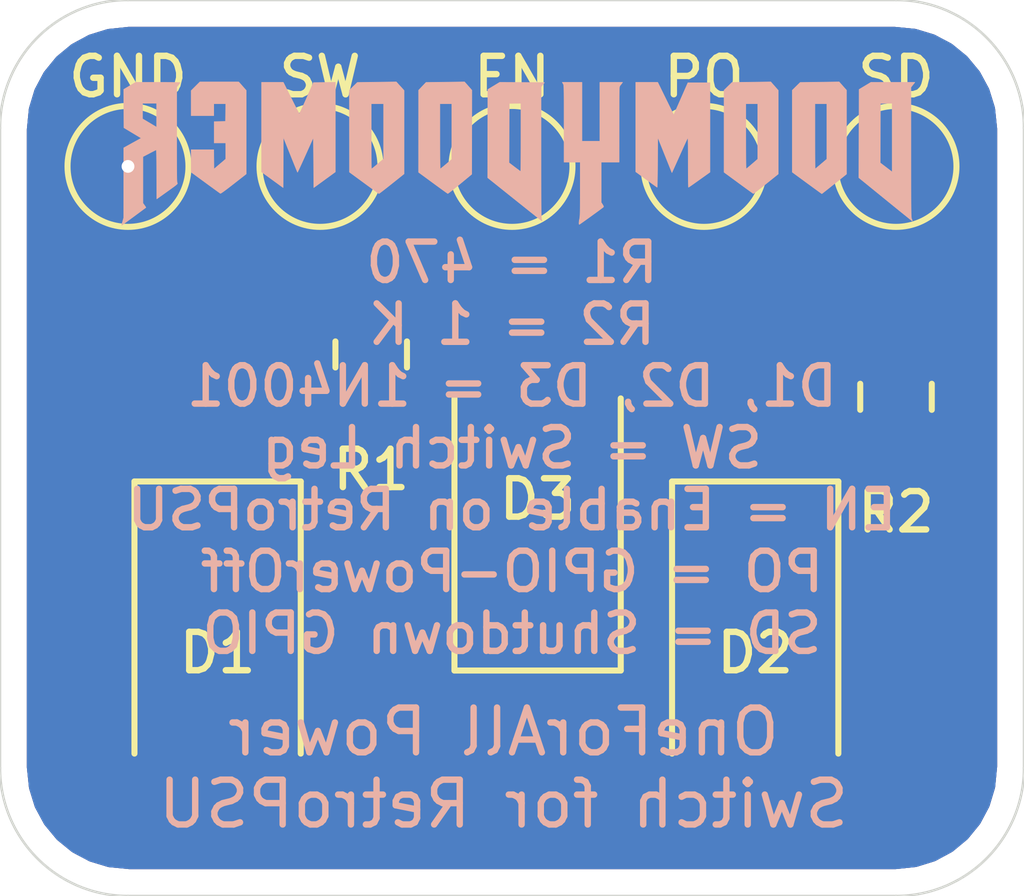
<source format=kicad_pcb>
(kicad_pcb (version 20171130) (host pcbnew "(5.1.6-0-10_14)")

  (general
    (thickness 1.6)
    (drawings 10)
    (tracks 23)
    (zones 0)
    (modules 15)
    (nets 6)
  )

  (page A4)
  (layers
    (0 F.Cu signal hide)
    (31 B.Cu signal)
    (32 B.Adhes user hide)
    (33 F.Adhes user hide)
    (34 B.Paste user hide)
    (35 F.Paste user hide)
    (36 B.SilkS user)
    (37 F.SilkS user hide)
    (38 B.Mask user hide)
    (39 F.Mask user hide)
    (40 Dwgs.User user hide)
    (41 Cmts.User user hide)
    (42 Eco1.User user hide)
    (43 Eco2.User user hide)
    (44 Edge.Cuts user hide)
    (45 Margin user hide)
    (46 B.CrtYd user hide)
    (47 F.CrtYd user hide)
    (48 B.Fab user hide)
    (49 F.Fab user hide)
  )

  (setup
    (last_trace_width 0.1524)
    (user_trace_width 0.381)
    (trace_clearance 0.0508)
    (zone_clearance 0.508)
    (zone_45_only no)
    (trace_min 0.1524)
    (via_size 0.508)
    (via_drill 0.254)
    (via_min_size 0.508)
    (via_min_drill 0.254)
    (uvia_size 0.508)
    (uvia_drill 0.254)
    (uvias_allowed no)
    (uvia_min_size 0.508)
    (uvia_min_drill 0.254)
    (edge_width 0.05)
    (segment_width 0.2)
    (pcb_text_width 0.3)
    (pcb_text_size 1.5 1.5)
    (mod_edge_width 0.12)
    (mod_text_size 1 1)
    (mod_text_width 0.15)
    (pad_size 2 2)
    (pad_drill 0)
    (pad_to_mask_clearance 0.0508)
    (aux_axis_origin 0 0)
    (visible_elements FFFFFF7F)
    (pcbplotparams
      (layerselection 0x010fc_ffffffff)
      (usegerberextensions false)
      (usegerberattributes true)
      (usegerberadvancedattributes true)
      (creategerberjobfile true)
      (excludeedgelayer true)
      (linewidth 0.100000)
      (plotframeref false)
      (viasonmask false)
      (mode 1)
      (useauxorigin false)
      (hpglpennumber 1)
      (hpglpenspeed 20)
      (hpglpendiameter 15.000000)
      (psnegative false)
      (psa4output false)
      (plotreference true)
      (plotvalue true)
      (plotinvisibletext false)
      (padsonsilk false)
      (subtractmaskfromsilk false)
      (outputformat 1)
      (mirror false)
      (drillshape 1)
      (scaleselection 1)
      (outputdirectory ""))
  )

  (net 0 "")
  (net 1 "Net-(D1-Pad2)")
  (net 2 "Net-(D1-Pad1)")
  (net 3 "Net-(D2-Pad1)")
  (net 4 "Net-(D3-Pad2)")
  (net 5 GNDD)

  (net_class Default "This is the default net class."
    (clearance 0.0508)
    (trace_width 0.1524)
    (via_dia 0.508)
    (via_drill 0.254)
    (uvia_dia 0.508)
    (uvia_drill 0.254)
    (add_net GNDD)
    (add_net "Net-(D1-Pad1)")
    (add_net "Net-(D1-Pad2)")
    (add_net "Net-(D2-Pad1)")
    (add_net "Net-(D3-Pad2)")
  )

  (module myGlobal:DoomyDoomer (layer B.Cu) (tedit 0) (tstamp 5F38ECB7)
    (at 56.007 41.148 180)
    (fp_text reference G*** (at 0 0) (layer B.SilkS) hide
      (effects (font (size 1.524 1.524) (thickness 0.3)) (justify mirror))
    )
    (fp_text value LOGO (at 0.75 0) (layer B.SilkS) hide
      (effects (font (size 1.524 1.524) (thickness 0.3)) (justify mirror))
    )
    (fp_poly (pts (xy 7.713617 1.344084) (xy 7.831327 1.274234) (xy 7.82938 0.893679) (xy 7.827433 0.513123)
      (xy 7.655504 0.409972) (xy 7.483575 0.306822) (xy 7.657385 0.210561) (xy 7.831194 0.1143)
      (xy 7.831637 -0.579966) (xy 7.832079 -1.274233) (xy 7.852549 -1.345984) (xy 7.861433 -1.37819)
      (xy 7.867827 -1.40346) (xy 7.870794 -1.417981) (xy 7.87077 -1.419984) (xy 7.86369 -1.415668)
      (xy 7.844577 -1.402388) (xy 7.814993 -1.381272) (xy 7.7765 -1.35345) (xy 7.730663 -1.32005)
      (xy 7.679045 -1.282201) (xy 7.632077 -1.247587) (xy 7.576693 -1.206668) (xy 7.52574 -1.169004)
      (xy 7.480792 -1.135759) (xy 7.443426 -1.1081) (xy 7.415216 -1.087193) (xy 7.397737 -1.074204)
      (xy 7.392503 -1.070268) (xy 7.395428 -1.062653) (xy 7.406173 -1.045504) (xy 7.42002 -1.025846)
      (xy 7.450666 -0.984097) (xy 7.450666 -0.060719) (xy 7.319794 0.007741) (xy 7.276997 0.029999)
      (xy 7.239543 0.049233) (xy 7.209942 0.064174) (xy 7.190706 0.073551) (xy 7.184397 0.0762)
      (xy 7.183532 0.067983) (xy 7.182648 0.044326) (xy 7.181763 0.006724) (xy 7.1809 -0.043329)
      (xy 7.180077 -0.10434) (xy 7.179317 -0.174813) (xy 7.178639 -0.253256) (xy 7.178064 -0.338174)
      (xy 7.177685 -0.411158) (xy 7.1755 -0.898517) (xy 6.965596 -0.748766) (xy 6.906222 -0.706312)
      (xy 6.859364 -0.672485) (xy 6.823684 -0.646173) (xy 6.797847 -0.626262) (xy 6.780518 -0.611636)
      (xy 6.770361 -0.601184) (xy 6.766041 -0.59379) (xy 6.766221 -0.588341) (xy 6.768746 -0.584591)
      (xy 6.770791 -0.580961) (xy 6.772614 -0.574235) (xy 6.774227 -0.563497) (xy 6.775644 -0.547831)
      (xy 6.776875 -0.52632) (xy 6.777934 -0.498048) (xy 6.778834 -0.4621) (xy 6.779586 -0.417559)
      (xy 6.780204 -0.36351) (xy 6.780699 -0.299035) (xy 6.781084 -0.223218) (xy 6.781372 -0.135145)
      (xy 6.781575 -0.033898) (xy 6.781706 0.081439) (xy 6.781776 0.211781) (xy 6.7818 0.358046)
      (xy 6.7818 0.999067) (xy 7.179733 0.999067) (xy 7.179733 0.523974) (xy 7.215716 0.545681)
      (xy 7.236461 0.558114) (xy 7.267847 0.576824) (xy 7.305937 0.599471) (xy 7.346797 0.623711)
      (xy 7.355236 0.62871) (xy 7.458772 0.690034) (xy 7.458952 0.84455) (xy 7.459133 0.999067)
      (xy 7.179733 0.999067) (xy 6.7818 0.999067) (xy 6.7818 1.318589) (xy 6.747933 1.361123)
      (xy 6.730465 1.383804) (xy 6.718236 1.401098) (xy 6.714066 1.408796) (xy 6.722271 1.409782)
      (xy 6.745839 1.410706) (xy 6.783198 1.411549) (xy 6.832778 1.412294) (xy 6.893009 1.412922)
      (xy 6.962319 1.413414) (xy 7.039138 1.413753) (xy 7.121895 1.413919) (xy 7.154986 1.413934)
      (xy 7.595906 1.413934) (xy 7.713617 1.344084)) (layer B.SilkS) (width 0.01))
    (fp_poly (pts (xy -1.617133 0.245534) (xy -1.261534 0.245534) (xy -1.261534 1.413934) (xy -0.870686 1.413934)
      (xy -0.88831 1.385418) (xy -0.891334 1.380299) (xy -0.893991 1.374636) (xy -0.896304 1.367361)
      (xy -0.898297 1.357405) (xy -0.899994 1.3437) (xy -0.90142 1.325176) (xy -0.902596 1.300766)
      (xy -0.903549 1.2694) (xy -0.9043 1.230011) (xy -0.904874 1.181529) (xy -0.905295 1.122887)
      (xy -0.905586 1.053014) (xy -0.905772 0.970844) (xy -0.905876 0.875307) (xy -0.905922 0.765335)
      (xy -0.905933 0.639859) (xy -0.905934 0.593784) (xy -0.905934 -0.169333) (xy -1.227667 -0.169333)
      (xy -1.227365 -0.70485) (xy -1.22724 -0.817903) (xy -1.226983 -0.915278) (xy -1.226568 -0.998229)
      (xy -1.225967 -1.06801) (xy -1.225154 -1.125876) (xy -1.224101 -1.173082) (xy -1.222783 -1.210882)
      (xy -1.221171 -1.240531) (xy -1.21924 -1.263283) (xy -1.216961 -1.280392) (xy -1.214797 -1.291166)
      (xy -1.207732 -1.326269) (xy -1.203598 -1.358933) (xy -1.202604 -1.385336) (xy -1.204957 -1.401657)
      (xy -1.208617 -1.405046) (xy -1.216757 -1.400157) (xy -1.236947 -1.386474) (xy -1.267543 -1.365155)
      (xy -1.306896 -1.337363) (xy -1.353362 -1.304257) (xy -1.405292 -1.266999) (xy -1.443567 -1.239393)
      (xy -1.498708 -1.199449) (xy -1.549771 -1.162289) (xy -1.595051 -1.129169) (xy -1.63284 -1.101343)
      (xy -1.661431 -1.080066) (xy -1.679118 -1.066595) (xy -1.683997 -1.062582) (xy -1.68946 -1.053925)
      (xy -1.687739 -1.042131) (xy -1.677666 -1.023014) (xy -1.66918 -1.009476) (xy -1.642533 -0.96795)
      (xy -1.642533 -0.169333) (xy -1.998133 -0.169333) (xy -1.998322 0.577851) (xy -1.998362 0.707376)
      (xy -1.998427 0.821038) (xy -1.998543 0.919909) (xy -1.998733 1.005057) (xy -1.999021 1.077554)
      (xy -1.999431 1.13847) (xy -1.999986 1.188876) (xy -2.000711 1.229842) (xy -2.001629 1.262439)
      (xy -2.002765 1.287736) (xy -2.004142 1.306806) (xy -2.005785 1.320717) (xy -2.007717 1.330541)
      (xy -2.009962 1.337348) (xy -2.012544 1.342209) (xy -2.015487 1.346194) (xy -2.015493 1.3462)
      (xy -2.033402 1.369081) (xy -2.049748 1.39065) (xy -2.06702 1.413934) (xy -1.617133 1.413934)
      (xy -1.617133 0.245534)) (layer B.SilkS) (width 0.01))
    (fp_poly (pts (xy -6.87751 1.343532) (xy -6.760633 1.27313) (xy -6.758478 0.39693) (xy -6.756322 -0.47927)
      (xy -7.281569 -0.906385) (xy -7.363565 -0.973015) (xy -7.441833 -1.036527) (xy -7.515372 -1.096112)
      (xy -7.583179 -1.150962) (xy -7.64425 -1.200268) (xy -7.697584 -1.243224) (xy -7.742177 -1.27902)
      (xy -7.777028 -1.306848) (xy -7.801133 -1.3259) (xy -7.813491 -1.335368) (xy -7.814892 -1.336283)
      (xy -7.816492 -1.331172) (xy -7.811638 -1.315048) (xy -7.806338 -1.302417) (xy -7.80411 -1.297199)
      (xy -7.802091 -1.291291) (xy -7.80027 -1.283878) (xy -7.798636 -1.274146) (xy -7.797179 -1.261281)
      (xy -7.795889 -1.244467) (xy -7.794755 -1.22289) (xy -7.793767 -1.195736) (xy -7.792914 -1.16219)
      (xy -7.792188 -1.121438) (xy -7.791576 -1.072665) (xy -7.791069 -1.015056) (xy -7.790656 -0.947798)
      (xy -7.790328 -0.870075) (xy -7.790073 -0.781074) (xy -7.789882 -0.679978) (xy -7.789744 -0.565975)
      (xy -7.789649 -0.43825) (xy -7.789618 -0.364837) (xy -7.4168 -0.364837) (xy -7.29821 -0.274226)
      (xy -7.179619 -0.183615) (xy -7.181793 0.405609) (xy -7.183967 0.994834) (xy -7.300383 0.997189)
      (xy -7.4168 0.999545) (xy -7.4168 -0.364837) (xy -7.789618 -0.364837) (xy -7.789587 -0.295987)
      (xy -7.789546 -0.138373) (xy -7.789519 0.024874) (xy -7.789333 1.315513) (xy -7.827995 1.364724)
      (xy -7.866656 1.413934) (xy -6.994386 1.413934) (xy -6.87751 1.343532)) (layer B.SilkS) (width 0.01))
    (fp_poly (pts (xy 0.488367 1.343606) (xy 0.605367 1.27313) (xy 0.609393 -0.478366) (xy 0.074799 -0.905933)
      (xy -0.008177 -0.972263) (xy -0.08738 -1.03551) (xy -0.16181 -1.094879) (xy -0.230465 -1.149576)
      (xy -0.292345 -1.198804) (xy -0.346449 -1.241769) (xy -0.391775 -1.277674) (xy -0.427324 -1.305726)
      (xy -0.452094 -1.325128) (xy -0.465084 -1.335086) (xy -0.466804 -1.336269) (xy -0.468408 -1.331313)
      (xy -0.463863 -1.315565) (xy -0.461274 -1.309024) (xy -0.459579 -1.303326) (xy -0.458041 -1.294214)
      (xy -0.456653 -1.280911) (xy -0.455406 -1.26264) (xy -0.454295 -1.238624) (xy -0.453311 -1.208087)
      (xy -0.452447 -1.170252) (xy -0.451697 -1.124343) (xy -0.451053 -1.069582) (xy -0.450507 -1.005193)
      (xy -0.450053 -0.930399) (xy -0.449682 -0.844423) (xy -0.449389 -0.746489) (xy -0.449165 -0.635819)
      (xy -0.449004 -0.511638) (xy -0.448897 -0.373168) (xy -0.448839 -0.219633) (xy -0.448821 -0.050256)
      (xy -0.448823 0.023012) (xy -0.448843 0.321973) (xy -0.0508 0.321973) (xy -0.050742 0.216505)
      (xy -0.050573 0.116068) (xy -0.050304 0.021928) (xy -0.049941 -0.064648) (xy -0.049495 -0.142393)
      (xy -0.048974 -0.210039) (xy -0.048388 -0.266319) (xy -0.047744 -0.309967) (xy -0.047053 -0.339716)
      (xy -0.046323 -0.354297) (xy -0.046027 -0.355599) (xy -0.038044 -0.35072) (xy -0.018943 -0.337207)
      (xy 0.008971 -0.316745) (xy 0.043392 -0.291019) (xy 0.072564 -0.268924) (xy 0.18638 -0.182249)
      (xy 0.184207 0.406292) (xy 0.182033 0.994834) (xy 0.065616 0.997189) (xy -0.0508 0.999545)
      (xy -0.0508 0.321973) (xy -0.448843 0.321973) (xy -0.448913 1.325034) (xy -0.482456 1.367367)
      (xy -0.515998 1.4097) (xy -0.072316 1.411892) (xy 0.371367 1.414083) (xy 0.488367 1.343606)) (layer B.SilkS) (width 0.01))
    (fp_poly (pts (xy -5.978312 1.417464) (xy -5.592233 1.411977) (xy -5.513917 1.334806) (xy -5.4356 1.257635)
      (xy -5.4356 -0.369047) (xy -5.726823 -0.582456) (xy -5.788517 -0.627616) (xy -5.845895 -0.669519)
      (xy -5.897539 -0.707138) (xy -5.942032 -0.739444) (xy -5.977956 -0.765409) (xy -6.003893 -0.784005)
      (xy -6.018424 -0.794204) (xy -6.02107 -0.795866) (xy -6.028134 -0.790761) (xy -6.046923 -0.776227)
      (xy -6.075958 -0.753434) (xy -6.113757 -0.723552) (xy -6.158841 -0.687751) (xy -6.20973 -0.647202)
      (xy -6.264943 -0.603075) (xy -6.26748 -0.601044) (xy -6.510867 -0.406222) (xy -6.510664 0.990601)
      (xy -6.1214 0.990601) (xy -6.1214 -0.109) (xy -6.006823 -0.2069) (xy -5.96974 -0.238405)
      (xy -5.93721 -0.265698) (xy -5.911363 -0.287022) (xy -5.894324 -0.300619) (xy -5.88829 -0.304799)
      (xy -5.88766 -0.296549) (xy -5.887062 -0.272661) (xy -5.886502 -0.234432) (xy -5.885989 -0.183157)
      (xy -5.88553 -0.120133) (xy -5.885134 -0.046655) (xy -5.884809 0.03598) (xy -5.884562 0.126476)
      (xy -5.884401 0.223538) (xy -5.884335 0.325869) (xy -5.884334 0.3429) (xy -5.884334 0.990601)
      (xy -6.1214 0.990601) (xy -6.510664 0.990601) (xy -6.510625 1.2573) (xy -6.437508 1.340126)
      (xy -6.364391 1.42295) (xy -5.978312 1.417464)) (layer B.SilkS) (width 0.01))
    (fp_poly (pts (xy -4.237567 1.411995) (xy -4.080933 1.257635) (xy -4.080934 0.443709) (xy -4.080934 -0.370218)
      (xy -4.3684 -0.580792) (xy -4.42985 -0.625735) (xy -4.487123 -0.667488) (xy -4.538766 -0.705003)
      (xy -4.583328 -0.737231) (xy -4.619359 -0.763123) (xy -4.645405 -0.781633) (xy -4.660017 -0.791711)
      (xy -4.662617 -0.793272) (xy -4.670531 -0.788588) (xy -4.690108 -0.774418) (xy -4.719845 -0.751924)
      (xy -4.758237 -0.722268) (xy -4.803782 -0.686611) (xy -4.854976 -0.646115) (xy -4.910316 -0.601942)
      (xy -4.912783 -0.599963) (xy -5.1562 -0.404749) (xy -5.1562 0.990601) (xy -4.7498 0.990601)
      (xy -4.7498 -0.109497) (xy -4.637617 -0.206651) (xy -4.600851 -0.238219) (xy -4.568409 -0.26556)
      (xy -4.542479 -0.286871) (xy -4.525248 -0.30035) (xy -4.519084 -0.304303) (xy -4.518073 -0.296132)
      (xy -4.517112 -0.272324) (xy -4.516214 -0.234171) (xy -4.51539 -0.182969) (xy -4.514655 -0.120012)
      (xy -4.514019 -0.046595) (xy -4.513497 0.035987) (xy -4.5131 0.12644) (xy -4.512842 0.223469)
      (xy -4.512736 0.325779) (xy -4.512734 0.3429) (xy -4.512734 0.990601) (xy -4.7498 0.990601)
      (xy -5.1562 0.990601) (xy -5.1562 1.254576) (xy -5.082117 1.338793) (xy -5.008033 1.423009)
      (xy -4.237567 1.411995)) (layer B.SilkS) (width 0.01))
    (fp_poly (pts (xy 1.451213 1.417679) (xy 1.833033 1.412349) (xy 1.906749 1.334825) (xy 1.980464 1.2573)
      (xy 1.9812 -0.370606) (xy 1.695796 -0.579948) (xy 1.634495 -0.624828) (xy 1.577291 -0.666548)
      (xy 1.525654 -0.704048) (xy 1.481051 -0.736268) (xy 1.444954 -0.762149) (xy 1.418831 -0.780631)
      (xy 1.404152 -0.790653) (xy 1.401579 -0.792156) (xy 1.393243 -0.787603) (xy 1.373449 -0.773377)
      (xy 1.343723 -0.750676) (xy 1.30559 -0.720699) (xy 1.260574 -0.684644) (xy 1.210202 -0.643708)
      (xy 1.159933 -0.602347) (xy 0.9271 -0.409672) (xy 0.925078 0.423814) (xy 0.923703 0.990601)
      (xy 1.3208 0.990601) (xy 1.320845 0.438151) (xy 1.32089 -0.1143) (xy 1.433028 -0.209392)
      (xy 1.469939 -0.240404) (xy 1.502478 -0.267202) (xy 1.528429 -0.288001) (xy 1.545574 -0.301021)
      (xy 1.551517 -0.304642) (xy 1.552527 -0.296416) (xy 1.553488 -0.272554) (xy 1.554386 -0.234349)
      (xy 1.55521 -0.183097) (xy 1.555946 -0.120094) (xy 1.556581 -0.046636) (xy 1.557103 0.035982)
      (xy 1.5575 0.126464) (xy 1.557758 0.223515) (xy 1.557864 0.32584) (xy 1.557867 0.3429)
      (xy 1.557867 0.990601) (xy 1.3208 0.990601) (xy 0.923703 0.990601) (xy 0.923055 1.2573)
      (xy 0.996224 1.340155) (xy 1.069393 1.423008) (xy 1.451213 1.417679)) (layer B.SilkS) (width 0.01))
    (fp_poly (pts (xy 2.809879 1.417467) (xy 3.196167 1.411977) (xy 3.274483 1.334806) (xy 3.3528 1.257635)
      (xy 3.352527 0.444668) (xy 3.352255 -0.368299) (xy 3.063105 -0.579966) (xy 3.001507 -0.62502)
      (xy 2.944135 -0.666907) (xy 2.892431 -0.704584) (xy 2.847835 -0.737002) (xy 2.811787 -0.763116)
      (xy 2.785728 -0.781879) (xy 2.771098 -0.792245) (xy 2.768451 -0.793986) (xy 2.760821 -0.789418)
      (xy 2.741485 -0.775381) (xy 2.711931 -0.753025) (xy 2.673644 -0.723497) (xy 2.628112 -0.687944)
      (xy 2.576822 -0.647514) (xy 2.521261 -0.603354) (xy 2.516123 -0.599253) (xy 2.2693 -0.402166)
      (xy 2.269183 0.425429) (xy 2.269104 0.990601) (xy 2.675467 0.990601) (xy 2.675467 -0.107346)
      (xy 2.791883 -0.205935) (xy 2.829518 -0.237529) (xy 2.862797 -0.264942) (xy 2.88955 -0.286427)
      (xy 2.907603 -0.300237) (xy 2.91465 -0.304662) (xy 2.91566 -0.296433) (xy 2.916621 -0.272567)
      (xy 2.91752 -0.234359) (xy 2.918343 -0.183105) (xy 2.919079 -0.120099) (xy 2.919714 -0.046639)
      (xy 2.920237 0.035981) (xy 2.920633 0.126466) (xy 2.920891 0.223518) (xy 2.920998 0.325844)
      (xy 2.921 0.3429) (xy 2.921 0.990601) (xy 2.675467 0.990601) (xy 2.269104 0.990601)
      (xy 2.269067 1.253024) (xy 2.346329 1.337991) (xy 2.423592 1.422956) (xy 2.809879 1.417467)) (layer B.SilkS) (width 0.01))
    (fp_poly (pts (xy 6.493933 1.249136) (xy 6.493933 0.753534) (xy 6.0452 0.753534) (xy 6.0452 0.990601)
      (xy 5.80779 0.990601) (xy 5.810078 0.814917) (xy 5.812366 0.639234) (xy 5.92455 0.636871)
      (xy 6.036733 0.634509) (xy 6.036733 0.211667) (xy 5.808133 0.211667) (xy 5.808133 -0.109085)
      (xy 5.92455 -0.208167) (xy 6.040966 -0.307248) (xy 6.045518 0.0762) (xy 6.493933 0.0762)
      (xy 6.493561 -0.14605) (xy 6.49319 -0.368299) (xy 6.209204 -0.575733) (xy 6.147881 -0.620482)
      (xy 6.090569 -0.66222) (xy 6.038764 -0.699865) (xy 5.993959 -0.732335) (xy 5.957651 -0.758546)
      (xy 5.931332 -0.777417) (xy 5.916499 -0.787864) (xy 5.91395 -0.789541) (xy 5.903816 -0.786167)
      (xy 5.880799 -0.77192) (xy 5.844961 -0.746844) (xy 5.796361 -0.710983) (xy 5.735062 -0.664383)
      (xy 5.661124 -0.607085) (xy 5.652207 -0.600121) (xy 5.401733 -0.404326) (xy 5.401733 1.254207)
      (xy 5.475816 1.338135) (xy 5.5499 1.422062) (xy 5.934989 1.422231) (xy 6.320077 1.4224)
      (xy 6.493933 1.249136)) (layer B.SilkS) (width 0.01))
    (fp_poly (pts (xy 4.066818 1.4097) (xy 4.204559 1.096434) (xy 4.234579 1.028586) (xy 4.262637 0.965996)
      (xy 4.287984 0.910273) (xy 4.309873 0.863024) (xy 4.327555 0.825856) (xy 4.340281 0.800379)
      (xy 4.347306 0.788199) (xy 4.348338 0.7874) (xy 4.353305 0.795656) (xy 4.364974 0.817465)
      (xy 4.38252 0.851214) (xy 4.405116 0.895289) (xy 4.431937 0.948075) (xy 4.462157 1.00796)
      (xy 4.494951 1.073328) (xy 4.50967 1.102784) (xy 4.664962 1.413934) (xy 5.096933 1.413934)
      (xy 5.096933 -0.363067) (xy 4.669367 -0.674433) (xy 4.666826 -0.174233) (xy 4.664286 0.325967)
      (xy 4.525413 -0.020058) (xy 4.496396 -0.092253) (xy 4.46929 -0.159488) (xy 4.44475 -0.220157)
      (xy 4.423429 -0.272653) (xy 4.40598 -0.315371) (xy 4.393056 -0.346705) (xy 4.385312 -0.365048)
      (xy 4.383321 -0.3693) (xy 4.379305 -0.362505) (xy 4.369091 -0.341775) (xy 4.353385 -0.308636)
      (xy 4.332894 -0.264613) (xy 4.308326 -0.211234) (xy 4.280387 -0.150023) (xy 4.249784 -0.082508)
      (xy 4.224168 -0.025673) (xy 4.068233 0.321172) (xy 4.059767 -0.674436) (xy 3.845983 -0.518751)
      (xy 3.6322 -0.363067) (xy 3.6322 1.41422) (xy 4.066818 1.4097)) (layer B.SilkS) (width 0.01))
    (fp_poly (pts (xy -2.328333 -0.36036) (xy -2.536873 -0.512497) (xy -2.589104 -0.550521) (xy -2.637023 -0.585253)
      (xy -2.678897 -0.615449) (xy -2.712993 -0.639866) (xy -2.737577 -0.657257) (xy -2.750916 -0.666381)
      (xy -2.752705 -0.667432) (xy -2.75406 -0.659728) (xy -2.755406 -0.636556) (xy -2.756715 -0.59938)
      (xy -2.757958 -0.549666) (xy -2.759108 -0.488878) (xy -2.760137 -0.418482) (xy -2.761017 -0.339943)
      (xy -2.761719 -0.254725) (xy -2.762182 -0.172132) (xy -2.764367 0.325967) (xy -2.905458 -0.0254)
      (xy -3.046549 -0.376766) (xy -3.071472 -0.321733) (xy -3.080701 -0.301284) (xy -3.095894 -0.267539)
      (xy -3.116082 -0.222652) (xy -3.140298 -0.168777) (xy -3.167573 -0.108068) (xy -3.196939 -0.042678)
      (xy -3.225601 0.021167) (xy -3.255058 0.086572) (xy -3.282553 0.147193) (xy -3.307273 0.20127)
      (xy -3.328405 0.247041) (xy -3.345135 0.282746) (xy -3.35665 0.306625) (xy -3.362138 0.316917)
      (xy -3.362271 0.317077) (xy -3.363717 0.310425) (xy -3.365052 0.288047) (xy -3.366256 0.251154)
      (xy -3.367312 0.200952) (xy -3.368201 0.138652) (xy -3.368905 0.06546) (xy -3.369404 -0.017414)
      (xy -3.369681 -0.108763) (xy -3.369733 -0.171873) (xy -3.369838 -0.261836) (xy -3.370141 -0.346534)
      (xy -3.370622 -0.424491) (xy -3.371262 -0.494231) (xy -3.372043 -0.554278) (xy -3.372946 -0.603155)
      (xy -3.373952 -0.639385) (xy -3.375042 -0.661492) (xy -3.376083 -0.668093) (xy -3.384311 -0.663156)
      (xy -3.404556 -0.649552) (xy -3.435082 -0.628492) (xy -3.474152 -0.601184) (xy -3.520029 -0.568839)
      (xy -3.570977 -0.532667) (xy -3.59181 -0.517809) (xy -3.801187 -0.368299) (xy -3.80136 0.518584)
      (xy -3.801534 1.405467) (xy -3.363484 1.405467) (xy -3.223044 1.085859) (xy -3.082604 0.76625)
      (xy -2.76506 1.413934) (xy -2.328333 1.413934) (xy -2.328333 -0.36036)) (layer B.SilkS) (width 0.01))
  )

  (module kicad:DoomyDoomer_Sig (layer F.Cu) (tedit 0) (tstamp 5F388804)
    (at 55.88 40.386)
    (fp_text reference G*** (at 0 0) (layer F.SilkS) hide
      (effects (font (size 1.524 1.524) (thickness 0.3)))
    )
    (fp_text value LOGO (at 0.75 0) (layer F.SilkS) hide
      (effects (font (size 1.524 1.524) (thickness 0.3)))
    )
    (fp_poly (pts (xy -6.398835 -1.335473) (xy -6.485467 -1.248545) (xy -6.485467 -0.753534) (xy -6.036734 -0.753534)
      (xy -6.036734 -0.990601) (xy -5.808134 -0.990601) (xy -5.808134 -0.643959) (xy -5.920317 -0.641596)
      (xy -6.0325 -0.639234) (xy -6.034762 -0.425451) (xy -6.037024 -0.211667) (xy -5.808134 -0.211667)
      (xy -5.808134 0.11665) (xy -5.920317 0.212197) (xy -6.0325 0.307743) (xy -6.034773 0.111398)
      (xy -6.037046 -0.084948) (xy -6.25914 -0.082691) (xy -6.481233 -0.080434) (xy -6.483488 0.140211)
      (xy -6.484139 0.206959) (xy -6.484466 0.258839) (xy -6.484321 0.297916) (xy -6.483557 0.326253)
      (xy -6.482027 0.345916) (xy -6.479584 0.358969) (xy -6.476082 0.367476) (xy -6.471373 0.373502)
      (xy -6.466554 0.377998) (xy -6.45619 0.386169) (xy -6.434006 0.402919) (xy -6.401833 0.426907)
      (xy -6.361501 0.45679) (xy -6.314842 0.491228) (xy -6.263686 0.528878) (xy -6.209863 0.5684)
      (xy -6.155205 0.60845) (xy -6.101543 0.647688) (xy -6.050707 0.684773) (xy -6.004527 0.718361)
      (xy -5.964835 0.747113) (xy -5.933462 0.769685) (xy -5.912238 0.784737) (xy -5.903347 0.790734)
      (xy -5.894167 0.787217) (xy -5.873185 0.774055) (xy -5.841753 0.752267) (xy -5.801223 0.722871)
      (xy -5.752949 0.686884) (xy -5.698281 0.645326) (xy -5.638574 0.599213) (xy -5.575178 0.549565)
      (xy -5.509446 0.4974) (xy -5.446183 0.446531) (xy -5.3848 0.396845) (xy -5.3848 -1.24692)
      (xy -5.44195 -1.310203) (xy -5.46878 -1.340181) (xy -5.493459 -1.368231) (xy -5.512332 -1.390175)
      (xy -5.518764 -1.397944) (xy -5.53162 -1.413934) (xy -5.097012 -1.413934) (xy -5.094856 -0.527299)
      (xy -5.0927 0.359337) (xy -4.8768 0.517988) (xy -4.823778 0.556819) (xy -4.775082 0.59223)
      (xy -4.732393 0.623017) (xy -4.697395 0.647977) (xy -4.67177 0.665906) (xy -4.657201 0.675599)
      (xy -4.65455 0.676986) (xy -4.653385 0.668833) (xy -4.652275 0.645236) (xy -4.651241 0.607687)
      (xy -4.650304 0.557674) (xy -4.649484 0.49669) (xy -4.648802 0.426222) (xy -4.648279 0.347763)
      (xy -4.647934 0.262802) (xy -4.647799 0.188383) (xy -4.647399 -0.300567) (xy -4.514449 0.030738)
      (xy -4.485958 0.101372) (xy -4.459201 0.167006) (xy -4.43487 0.225996) (xy -4.413655 0.276697)
      (xy -4.396248 0.317466) (xy -4.383339 0.346658) (xy -4.375621 0.362628) (xy -4.373869 0.365171)
      (xy -4.368929 0.358357) (xy -4.357861 0.337603) (xy -4.341397 0.304454) (xy -4.320272 0.260449)
      (xy -4.295219 0.207132) (xy -4.266974 0.146044) (xy -4.236268 0.078727) (xy -4.213002 0.027164)
      (xy -4.059767 -0.313971) (xy -4.055534 0.181323) (xy -4.0513 0.676617) (xy -3.83352 0.518225)
      (xy -3.615739 0.359833) (xy -3.615267 -1.414215) (xy -3.837398 -1.411958) (xy -4.059529 -1.4097)
      (xy -4.196881 -1.097489) (xy -4.226833 -1.029489) (xy -4.254664 -0.966462) (xy -4.27964 -0.910062)
      (xy -4.301023 -0.861944) (xy -4.318079 -0.823762) (xy -4.33007 -0.797171) (xy -4.336262 -0.783825)
      (xy -4.336934 -0.782578) (xy -4.34111 -0.789333) (xy -4.351926 -0.809746) (xy -4.368598 -0.842256)
      (xy -4.390339 -0.885303) (xy -4.416363 -0.937327) (xy -4.445884 -0.996767) (xy -4.478117 -1.062064)
      (xy -4.495243 -1.096906) (xy -4.650851 -1.413934) (xy -5.097012 -1.413934) (xy -5.53162 -1.413934)
      (xy -5.538427 -1.4224) (xy -4.341897 -1.421247) (xy -4.201422 -1.421086) (xy -4.065924 -1.42088)
      (xy -3.936336 -1.420634) (xy -3.813587 -1.42035) (xy -3.69861 -1.420032) (xy -3.592335 -1.419686)
      (xy -3.495693 -1.419313) (xy -3.409616 -1.41892) (xy -3.335035 -1.418508) (xy -3.272881 -1.418082)
      (xy -3.224085 -1.417646) (xy -3.189578 -1.417204) (xy -3.170292 -1.41676) (xy -3.166533 -1.416387)
      (xy -3.181172 -1.408895) (xy -3.204716 -1.391095) (xy -3.234569 -1.365109) (xy -3.266017 -1.335157)
      (xy -3.344333 -1.257635) (xy -3.344072 -0.444668) (xy -3.34381 0.368299) (xy -3.060433 0.575733)
      (xy -2.999189 0.620547) (xy -2.941958 0.662392) (xy -2.890236 0.700177) (xy -2.845518 0.732811)
      (xy -2.809299 0.759204) (xy -2.783074 0.778263) (xy -2.76834 0.788899) (xy -2.765854 0.790648)
      (xy -2.757956 0.789027) (xy -2.740828 0.779188) (xy -2.713835 0.760665) (xy -2.676343 0.732991)
      (xy -2.627717 0.695701) (xy -2.567325 0.64833) (xy -2.507626 0.600874) (xy -2.2606 0.403619)
      (xy -2.2606 -1.255339) (xy -2.332567 -1.33374) (xy -2.35986 -1.363858) (xy -2.382401 -1.389466)
      (xy -2.398001 -1.408024) (xy -2.404473 -1.416992) (xy -2.404533 -1.41727) (xy -2.396379 -1.41841)
      (xy -2.373161 -1.419408) (xy -2.336749 -1.420239) (xy -2.289014 -1.42088) (xy -2.231825 -1.421305)
      (xy -2.167052 -1.42149) (xy -2.096565 -1.421409) (xy -2.093383 -1.421399) (xy -2.023802 -1.421035)
      (xy -1.960815 -1.420434) (xy -1.906119 -1.419632) (xy -1.861407 -1.418668) (xy -1.828375 -1.417579)
      (xy -1.808718 -1.416401) (xy -1.80413 -1.415172) (xy -1.804563 -1.415049) (xy -1.81973 -1.406541)
      (xy -1.843501 -1.387231) (xy -1.873495 -1.359202) (xy -1.904089 -1.32798) (xy -1.981286 -1.24626)
      (xy -1.979126 -0.439204) (xy -1.976967 0.367852) (xy -1.685157 0.581956) (xy -1.623315 0.627175)
      (xy -1.565651 0.669042) (xy -1.5136 0.706536) (xy -1.468594 0.73864) (xy -1.432065 0.764335)
      (xy -1.405447 0.782603) (xy -1.390172 0.792424) (xy -1.387064 0.793846) (xy -1.379293 0.788144)
      (xy -1.359953 0.772896) (xy -1.330548 0.749317) (xy -1.292581 0.718623) (xy -1.247558 0.682029)
      (xy -1.196981 0.640753) (xy -1.143441 0.596899) (xy -0.998973 0.478366) (xy -0.600906 0.478366)
      (xy -0.065503 0.907418) (xy 0.017473 0.973858) (xy 0.096668 1.037166) (xy 0.171085 1.096552)
      (xy 0.239726 1.151223) (xy 0.301596 1.200391) (xy 0.355697 1.243263) (xy 0.401032 1.279051)
      (xy 0.436604 1.306962) (xy 0.461418 1.326206) (xy 0.474475 1.335993) (xy 0.47625 1.337101)
      (xy 0.482596 1.33339) (xy 0.4826 1.333228) (xy 0.479627 1.323224) (xy 0.47225 1.304029)
      (xy 0.4699 1.298327) (xy 0.468181 1.292656) (xy 0.466622 1.283741) (xy 0.465214 1.270799)
      (xy 0.46395 1.253048) (xy 0.462824 1.229705) (xy 0.461826 1.199988) (xy 0.46095 1.163115)
      (xy 0.460188 1.118302) (xy 0.459533 1.064768) (xy 0.458977 1.001729) (xy 0.458513 0.928404)
      (xy 0.458133 0.84401) (xy 0.45783 0.747764) (xy 0.457597 0.638884) (xy 0.457424 0.516587)
      (xy 0.457306 0.380091) (xy 0.457235 0.228614) (xy 0.457203 0.061373) (xy 0.4572 -0.027339)
      (xy 0.4572 -1.32261) (xy 0.526546 -1.4097) (xy 0.081823 -1.411892) (xy -0.332656 -1.413934)
      (xy 0.879152 -1.413934) (xy 0.896776 -1.385418) (xy 0.8998 -1.380299) (xy 0.902457 -1.374636)
      (xy 0.90477 -1.367361) (xy 0.906763 -1.357405) (xy 0.908461 -1.3437) (xy 0.909886 -1.325176)
      (xy 0.911063 -1.300766) (xy 0.912015 -1.2694) (xy 0.912766 -1.230011) (xy 0.91334 -1.181529)
      (xy 0.913761 -1.122887) (xy 0.914053 -1.053014) (xy 0.914238 -0.970844) (xy 0.914342 -0.875307)
      (xy 0.914388 -0.765335) (xy 0.9144 -0.639859) (xy 0.9144 0.169333) (xy 1.236133 0.169333)
      (xy 1.235836 0.696383) (xy 1.235704 0.809352) (xy 1.235428 0.906646) (xy 1.234981 0.98952)
      (xy 1.234336 1.059231) (xy 1.233466 1.117036) (xy 1.232345 1.164191) (xy 1.230945 1.201954)
      (xy 1.229241 1.231581) (xy 1.227205 1.254329) (xy 1.22481 1.271454) (xy 1.223433 1.278466)
      (xy 1.216806 1.315043) (xy 1.212285 1.35225) (xy 1.211031 1.374721) (xy 1.210733 1.415943)
      (xy 1.23825 1.395116) (xy 1.251891 1.385063) (xy 1.277364 1.366552) (xy 1.312732 1.340982)
      (xy 1.356057 1.309749) (xy 1.405401 1.274252) (xy 1.458828 1.235888) (xy 1.481667 1.219509)
      (xy 1.534969 1.181261) (xy 1.583881 1.146095) (xy 1.626694 1.115246) (xy 1.661696 1.089949)
      (xy 1.687179 1.071438) (xy 1.701432 1.060948) (xy 1.703792 1.059116) (xy 1.702701 1.049778)
      (xy 1.693679 1.031008) (xy 1.680508 1.009685) (xy 1.651 0.965868) (xy 1.651 0.360813)
      (xy 2.3368 0.360813) (xy 2.554817 0.519695) (xy 2.772833 0.678578) (xy 2.777067 0.187663)
      (xy 2.7813 -0.303253) (xy 2.916234 0.03464) (xy 2.944787 0.105862) (xy 2.971508 0.171976)
      (xy 2.995731 0.231374) (xy 3.01679 0.282449) (xy 3.03402 0.323591) (xy 3.046753 0.353191)
      (xy 3.054324 0.369642) (xy 3.056126 0.372533) (xy 3.060515 0.36506) (xy 3.071072 0.343683)
      (xy 3.087071 0.309967) (xy 3.107788 0.265474) (xy 3.132499 0.211768) (xy 3.160479 0.150413)
      (xy 3.191003 0.082973) (xy 3.213292 0.033432) (xy 3.3655 -0.305668) (xy 3.367685 0.186515)
      (xy 3.368198 0.275956) (xy 3.368905 0.360067) (xy 3.369778 0.437373) (xy 3.37079 0.506398)
      (xy 3.371914 0.565667) (xy 3.373122 0.613704) (xy 3.374387 0.649034) (xy 3.37568 0.670182)
      (xy 3.376801 0.675899) (xy 3.38517 0.670454) (xy 3.405576 0.656364) (xy 3.43629 0.634847)
      (xy 3.475585 0.60712) (xy 3.52173 0.574401) (xy 3.572999 0.537908) (xy 3.596865 0.520876)
      (xy 3.81 0.368652) (xy 3.81 -1.413934) (xy 3.595137 -1.413934) (xy 3.524487 -1.413716)
      (xy 3.469272 -1.413016) (xy 3.427994 -1.411762) (xy 3.399159 -1.409883) (xy 3.381272 -1.407308)
      (xy 3.372838 -1.403967) (xy 3.372261 -1.403351) (xy 3.367194 -1.393477) (xy 3.356141 -1.369808)
      (xy 3.339879 -1.334073) (xy 3.319183 -1.288002) (xy 3.29483 -1.233324) (xy 3.267596 -1.17177)
      (xy 3.238256 -1.105068) (xy 3.229833 -1.08585) (xy 3.200235 -1.018534) (xy 3.172662 -0.95633)
      (xy 3.147863 -0.900891) (xy 3.126587 -0.85387) (xy 3.109583 -0.816919) (xy 3.097601 -0.791689)
      (xy 3.09139 -0.779833) (xy 3.090758 -0.779132) (xy 3.086177 -0.786533) (xy 3.075022 -0.807592)
      (xy 3.058089 -0.840719) (xy 3.036174 -0.884327) (xy 3.010073 -0.936826) (xy 2.980582 -0.996628)
      (xy 2.948496 -1.062146) (xy 2.932721 -1.094515) (xy 2.779341 -1.4097) (xy 2.558071 -1.411958)
      (xy 2.3368 -1.414215) (xy 2.3368 0.360813) (xy 1.651 0.360813) (xy 1.651 0.169333)
      (xy 2.0066 0.169333) (xy 2.0066 -1.32329) (xy 2.034715 -1.358029) (xy 2.05195 -1.379842)
      (xy 2.06502 -1.397317) (xy 2.069081 -1.40335) (xy 2.067722 -1.40664) (xy 2.058294 -1.409214)
      (xy 2.039277 -1.411146) (xy 2.009151 -1.41251) (xy 1.966395 -1.41338) (xy 1.909489 -1.413828)
      (xy 1.850466 -1.413934) (xy 1.6256 -1.413934) (xy 1.6256 -0.245534) (xy 1.278467 -0.245534)
      (xy 1.278467 -1.413934) (xy 0.879152 -1.413934) (xy -0.332656 -1.413934) (xy -0.3629 -1.414083)
      (xy -0.4799 -1.343606) (xy -0.5969 -1.27313) (xy -0.600906 0.478366) (xy -0.998973 0.478366)
      (xy -0.9061 0.402166) (xy -0.905934 -1.250618) (xy -0.958304 -1.308993) (xy -0.985096 -1.338757)
      (xy -1.010859 -1.367207) (xy -1.031215 -1.389515) (xy -1.036165 -1.394884) (xy -1.061655 -1.4224)
      (xy 1.609122 -1.421247) (xy 1.820474 -1.421145) (xy 2.027325 -1.421024) (xy 2.229043 -1.420885)
      (xy 2.424994 -1.420728) (xy 2.614547 -1.420556) (xy 2.797068 -1.420369) (xy 2.971925 -1.420168)
      (xy 3.138486 -1.419955) (xy 3.296117 -1.41973) (xy 3.444185 -1.419495) (xy 3.58206 -1.41925)
      (xy 3.709106 -1.418997) (xy 3.824693 -1.418738) (xy 3.928187 -1.418472) (xy 4.018956 -1.418201)
      (xy 4.096366 -1.417927) (xy 4.159786 -1.417649) (xy 4.208583 -1.417371) (xy 4.242123 -1.417091)
      (xy 4.259775 -1.416813) (xy 4.262427 -1.416632) (xy 4.250233 -1.409565) (xy 4.229058 -1.392628)
      (xy 4.201633 -1.368176) (xy 4.170694 -1.338567) (xy 4.1629 -1.330807) (xy 4.080847 -1.248444)
      (xy 4.085167 0.367326) (xy 4.377188 0.581622) (xy 4.439081 0.626869) (xy 4.496828 0.668756)
      (xy 4.548992 0.706263) (xy 4.594137 0.738372) (xy 4.630826 0.764067) (xy 4.657622 0.782328)
      (xy 4.673087 0.792138) (xy 4.676315 0.79355) (xy 4.684343 0.787908) (xy 4.704088 0.772884)
      (xy 4.734036 0.749661) (xy 4.772673 0.719426) (xy 4.818484 0.683362) (xy 4.869956 0.642655)
      (xy 4.925575 0.59849) (xy 4.927857 0.596674) (xy 5.172295 0.402166) (xy 5.173133 -1.246956)
      (xy 5.12445 -1.301584) (xy 5.097723 -1.331749) (xy 5.071368 -1.361785) (xy 5.050397 -1.385975)
      (xy 5.047548 -1.389306) (xy 5.019329 -1.4224) (xy 5.326948 -1.421418) (xy 5.396372 -1.421091)
      (xy 5.459413 -1.420589) (xy 5.514326 -1.419942) (xy 5.559366 -1.419179) (xy 5.592788 -1.418331)
      (xy 5.612847 -1.417427) (xy 5.617798 -1.416498) (xy 5.617633 -1.416454) (xy 5.60543 -1.409203)
      (xy 5.584256 -1.392253) (xy 5.556956 -1.368036) (xy 5.526373 -1.338982) (xy 5.522383 -1.335054)
      (xy 5.444066 -1.257635) (xy 5.444066 -0.444294) (xy 5.444067 0.369047) (xy 5.735995 0.582973)
      (xy 5.816345 0.641557) (xy 5.883716 0.69002) (xy 5.938502 0.728633) (xy 5.981096 0.757662)
      (xy 6.011891 0.777378) (xy 6.031282 0.788047) (xy 6.039523 0.790033) (xy 6.048625 0.78331)
      (xy 6.069367 0.767234) (xy 6.10018 0.743044) (xy 6.139495 0.71198) (xy 6.185742 0.675282)
      (xy 6.237351 0.63419) (xy 6.289351 0.592666) (xy 6.527579 0.402166) (xy 6.527689 -0.423801)
      (xy 6.5278 -1.249768) (xy 6.451016 -1.336084) (xy 6.374233 -1.4224) (xy 7.126233 -1.420362)
      (xy 7.240891 -1.420024) (xy 7.339534 -1.419678) (xy 7.422077 -1.419324) (xy 7.488435 -1.418964)
      (xy 7.538523 -1.418598) (xy 7.572257 -1.418227) (xy 7.589551 -1.417854) (xy 7.59032 -1.417479)
      (xy 7.574479 -1.417103) (xy 7.541944 -1.416727) (xy 7.492628 -1.416353) (xy 7.440416 -1.416052)
      (xy 7.0026 -1.413782) (xy 6.7691 -1.27313) (xy 6.766944 -0.39709) (xy 6.764788 0.478949)
      (xy 7.296111 0.911373) (xy 7.378374 0.978218) (xy 7.456804 1.041741) (xy 7.530421 1.101161)
      (xy 7.598243 1.155695) (xy 7.659289 1.204561) (xy 7.712577 1.246977) (xy 7.757127 1.28216)
      (xy 7.791957 1.309328) (xy 7.816086 1.327698) (xy 7.828533 1.336489) (xy 7.830064 1.337106)
      (xy 7.828315 1.325724) (xy 7.820532 1.306931) (xy 7.819481 1.304861) (xy 7.817704 1.300146)
      (xy 7.816091 1.29268) (xy 7.814636 1.281674) (xy 7.813329 1.266343) (xy 7.812163 1.245898)
      (xy 7.81113 1.219555) (xy 7.810223 1.186525) (xy 7.809434 1.146021) (xy 7.808754 1.097258)
      (xy 7.808176 1.039447) (xy 7.807692 0.971803) (xy 7.807294 0.893538) (xy 7.806975 0.803865)
      (xy 7.806726 0.701998) (xy 7.80654 0.58715) (xy 7.806409 0.458534) (xy 7.806325 0.315362)
      (xy 7.80628 0.156849) (xy 7.806267 -0.017792) (xy 7.806266 -0.021941) (xy 7.806266 -1.323189)
      (xy 7.83764 -1.364328) (xy 7.854478 -1.385919) (xy 7.866811 -1.400816) (xy 7.871506 -1.405467)
      (xy 7.871777 -1.397147) (xy 7.872039 -1.37277) (xy 7.872292 -1.333214) (xy 7.872533 -1.279357)
      (xy 7.872761 -1.212074) (xy 7.872975 -1.132245) (xy 7.873173 -1.040744) (xy 7.873354 -0.93845)
      (xy 7.873516 -0.826241) (xy 7.873657 -0.704992) (xy 7.873776 -0.575581) (xy 7.873871 -0.438886)
      (xy 7.873941 -0.295783) (xy 7.873985 -0.14715) (xy 7.874 0.006137) (xy 7.874 1.4224)
      (xy 0.0127 1.4224) (xy -0.351727 1.422396) (xy -0.712019 1.422385) (xy -1.067804 1.422367)
      (xy -1.41871 1.422342) (xy -1.764366 1.422311) (xy -2.104398 1.422273) (xy -2.438435 1.422228)
      (xy -2.766105 1.422178) (xy -3.087037 1.422121) (xy -3.400857 1.422059) (xy -3.707195 1.42199)
      (xy -4.005677 1.421916) (xy -4.295933 1.421837) (xy -4.57759 1.421752) (xy -4.850275 1.421663)
      (xy -5.113618 1.421568) (xy -5.367246 1.421469) (xy -5.610787 1.421365) (xy -5.843869 1.421256)
      (xy -6.06612 1.421144) (xy -6.277169 1.421027) (xy -6.476642 1.420906) (xy -6.664168 1.420781)
      (xy -6.839376 1.420653) (xy -7.001893 1.420521) (xy -7.151346 1.420386) (xy -7.287365 1.420248)
      (xy -7.409577 1.420107) (xy -7.51761 1.419963) (xy -7.611092 1.419816) (xy -7.689651 1.419667)
      (xy -7.752916 1.419515) (xy -7.800513 1.419362) (xy -7.832072 1.419206) (xy -7.847219 1.419048)
      (xy -7.8486 1.418984) (xy -7.84204 1.41333) (xy -7.823416 1.398849) (xy -7.794315 1.376733)
      (xy -7.756323 1.348177) (xy -7.711026 1.314375) (xy -7.66001 1.27652) (xy -7.622117 1.248524)
      (xy -7.567659 1.208318) (xy -7.517434 1.171161) (xy -7.4731 1.138286) (xy -7.436317 1.110925)
      (xy -7.408741 1.090311) (xy -7.392032 1.077677) (xy -7.38774 1.074289) (xy -7.387651 1.063515)
      (xy -7.397535 1.043473) (xy -7.406862 1.029482) (xy -7.433877 0.991864) (xy -7.431689 0.524662)
      (xy -7.4295 0.05746) (xy -7.300383 -0.010105) (xy -7.171267 -0.077669) (xy -7.171267 0.410604)
      (xy -7.171136 0.511012) (xy -7.170753 0.602112) (xy -7.170136 0.682867) (xy -7.1693 0.75224)
      (xy -7.168262 0.809197) (xy -7.16704 0.852699) (xy -7.165648 0.881712) (xy -7.164104 0.895199)
      (xy -7.163519 0.896055) (xy -7.154917 0.8906) (xy -7.134308 0.876524) (xy -7.103452 0.85506)
      (xy -7.064113 0.827442) (xy -7.018051 0.794904) (xy -6.96703 0.75868) (xy -6.947915 0.745066)
      (xy -6.887391 0.701716) (xy -6.839645 0.666989) (xy -6.803494 0.63993) (xy -6.777752 0.619585)
      (xy -6.761236 0.604997) (xy -6.752759 0.595212) (xy -6.751138 0.589275) (xy -6.752463 0.587499)
      (xy -6.754406 0.584357) (xy -6.756139 0.577442) (xy -6.757674 0.565863) (xy -6.759023 0.548727)
      (xy -6.760197 0.525142) (xy -6.761208 0.494214) (xy -6.762067 0.455051) (xy -6.762786 0.40676)
      (xy -6.763376 0.348449) (xy -6.763849 0.279226) (xy -6.764215 0.198197) (xy -6.764488 0.10447)
      (xy -6.764678 -0.002848) (xy -6.764796 -0.12465) (xy -6.764855 -0.261827) (xy -6.764867 -0.374478)
      (xy -6.764867 -1.327055) (xy -6.73028 -1.370495) (xy -6.695693 -1.413934) (xy -7.58747 -1.413934)
      (xy -7.709569 -1.340847) (xy -7.831667 -1.26776) (xy -7.831667 -0.520542) (xy -7.476613 -0.307822)
      (xy -7.652023 -0.209654) (xy -7.827433 -0.111485) (xy -7.831765 0.606774) (xy -7.832566 0.735186)
      (xy -7.833339 0.847763) (xy -7.834109 0.945603) (xy -7.834904 1.029804) (xy -7.83575 1.101463)
      (xy -7.836672 1.161679) (xy -7.837699 1.21155) (xy -7.838855 1.252174) (xy -7.840168 1.284648)
      (xy -7.841664 1.310071) (xy -7.843369 1.329541) (xy -7.845311 1.344155) (xy -7.847514 1.355012)
      (xy -7.849978 1.363133) (xy -7.851761 1.36726) (xy -7.853387 1.36892) (xy -7.854863 1.367385)
      (xy -7.856197 1.361926) (xy -7.857396 1.351815) (xy -7.85847 1.336324) (xy -7.859424 1.314724)
      (xy -7.860269 1.286287) (xy -7.86101 1.250284) (xy -7.861656 1.205987) (xy -7.862214 1.152669)
      (xy -7.862693 1.089599) (xy -7.8631 1.016051) (xy -7.863444 0.931296) (xy -7.863731 0.834605)
      (xy -7.86397 0.72525) (xy -7.864168 0.602503) (xy -7.864334 0.465635) (xy -7.864474 0.313918)
      (xy -7.864598 0.146624) (xy -7.864696 -0.010584) (xy -7.865533 -1.4224) (xy -6.312203 -1.4224)
      (xy -6.398835 -1.335473)) (layer Eco2.User) (width 0.01))
    (fp_poly (pts (xy 7.425266 -0.3175) (xy 7.425189 -0.212403) (xy 7.424963 -0.112348) (xy 7.424602 -0.018608)
      (xy 7.424117 0.067548) (xy 7.42352 0.144849) (xy 7.422823 0.212026) (xy 7.422039 0.267809)
      (xy 7.421179 0.310926) (xy 7.420255 0.340109) (xy 7.419279 0.354086) (xy 7.418916 0.355151)
      (xy 7.410355 0.350106) (xy 7.390813 0.336459) (xy 7.362711 0.315963) (xy 7.328465 0.290373)
      (xy 7.305057 0.272601) (xy 7.197547 0.1905) (xy 7.197107 -0.400051) (xy 7.196666 -0.990601)
      (xy 7.425266 -0.990601) (xy 7.425266 -0.3175)) (layer Eco2.User) (width 0.01))
    (fp_poly (pts (xy -2.675467 0.11447) (xy -2.768799 0.193756) (xy -2.804041 0.223604) (xy -2.83632 0.250778)
      (xy -2.862638 0.272765) (xy -2.879999 0.287056) (xy -2.883099 0.289536) (xy -2.904067 0.306029)
      (xy -2.904067 -0.990601) (xy -2.675467 -0.990601) (xy -2.675467 0.11447)) (layer Eco2.User) (width 0.01))
    (fp_poly (pts (xy -1.312334 0.114411) (xy -1.402267 0.190555) (xy -1.437354 0.220193) (xy -1.469882 0.247544)
      (xy -1.496621 0.269901) (xy -1.514343 0.284557) (xy -1.516567 0.286363) (xy -1.540933 0.306027)
      (xy -1.540933 -0.990601) (xy -1.312334 -0.990601) (xy -1.312334 0.114411)) (layer Eco2.User) (width 0.01))
    (fp_poly (pts (xy 4.758267 0.108875) (xy 4.66725 0.187155) (xy 4.632171 0.217412) (xy 4.599771 0.245518)
      (xy 4.573185 0.26874) (xy 4.555552 0.284346) (xy 4.55295 0.286701) (xy 4.529667 0.307968)
      (xy 4.529667 -0.990601) (xy 4.758267 -0.990601) (xy 4.758267 0.108875)) (layer Eco2.User) (width 0.01))
    (fp_poly (pts (xy 6.1214 0.116941) (xy 6.011514 0.21087) (xy 5.975194 0.241707) (xy 5.943414 0.268289)
      (xy 5.918362 0.288821) (xy 5.902223 0.301507) (xy 5.897214 0.304799) (xy 5.896512 0.296549)
      (xy 5.895844 0.272661) (xy 5.895219 0.234432) (xy 5.894647 0.183157) (xy 5.894135 0.120133)
      (xy 5.893693 0.046655) (xy 5.89333 -0.03598) (xy 5.893055 -0.126476) (xy 5.892875 -0.223538)
      (xy 5.892801 -0.325869) (xy 5.8928 -0.3429) (xy 5.8928 -0.990601) (xy 6.1214 -0.990601)
      (xy 6.1214 0.116941)) (layer Eco2.User) (width 0.01))
    (fp_poly (pts (xy -7.171267 -0.757767) (xy -7.17134 -0.697) (xy -7.171548 -0.642195) (xy -7.171871 -0.595506)
      (xy -7.172288 -0.559087) (xy -7.172781 -0.53509) (xy -7.173329 -0.525668) (xy -7.173383 -0.52561)
      (xy -7.180929 -0.530007) (xy -7.200653 -0.541835) (xy -7.230272 -0.559715) (xy -7.267502 -0.582269)
      (xy -7.31006 -0.608119) (xy -7.310967 -0.608671) (xy -7.446434 -0.691056) (xy -7.448746 -0.840828)
      (xy -7.451058 -0.990601) (xy -7.171267 -0.990601) (xy -7.171267 -0.757767)) (layer Eco2.User) (width 0.01))
    (fp_poly (pts (xy 0.059266 -0.3175) (xy 0.059228 -0.212389) (xy 0.059117 -0.112313) (xy 0.058939 -0.018541)
      (xy 0.058699 0.067653) (xy 0.058405 0.145) (xy 0.058061 0.212226) (xy 0.057674 0.268063)
      (xy 0.05725 0.311237) (xy 0.056794 0.340477) (xy 0.056313 0.354513) (xy 0.056135 0.355599)
      (xy 0.048679 0.350754) (xy 0.030081 0.337359) (xy 0.002668 0.317128) (xy -0.031233 0.291773)
      (xy -0.056049 0.273049) (xy -0.1651 0.1905) (xy -0.167274 -0.400051) (xy -0.169449 -0.990601)
      (xy 0.059266 -0.990601) (xy 0.059266 -0.3175)) (layer Eco2.User) (width 0.01))
  )

  (module DoomyDoomer_Legacy:svg2mod (layer F.Cu) (tedit 0) (tstamp 5F391D2F)
    (at 48.895 40.64)
    (fp_text reference svg2mod (at 0 -3.048) (layer F.SilkS) hide
      (effects (font (size 1.524 1.524) (thickness 0.3048)))
    )
    (fp_text value G*** (at 0 3.048) (layer F.SilkS) hide
      (effects (font (size 1.524 1.524) (thickness 0.3048)))
    )
  )

  (module DoomyDoomer_Legacy:svg2mod-rev (layer F.Cu) (tedit 0) (tstamp 5F391C34)
    (at 47.752 33.909)
    (fp_text reference svg2mod-rev (at 0 -3.048) (layer F.SilkS) hide
      (effects (font (size 1.524 1.524) (thickness 0.3048)))
    )
    (fp_text value G*** (at 0 3.048) (layer F.SilkS) hide
      (effects (font (size 1.524 1.524) (thickness 0.3048)))
    )
  )

  (module DoomyDoomer_Legacy:svg2mod (layer F.Cu) (tedit 0) (tstamp 5F391BC0)
    (at 49.657 39.751)
    (fp_text reference svg2mod (at 0 -3.048) (layer F.SilkS) hide
      (effects (font (size 1.524 1.524) (thickness 0.3048)))
    )
    (fp_text value G*** (at 0 3.048) (layer F.SilkS) hide
      (effects (font (size 1.524 1.524) (thickness 0.3048)))
    )
  )

  (module TestPoint:TestPoint_Pad_D2.0mm (layer F.Cu) (tedit 5F374DA6) (tstamp 5F3724F8)
    (at 52.07 41.402)
    (descr "SMD pad as test Point, diameter 2.0mm")
    (tags "test point SMD pad")
    (path /5F3B0C8C)
    (attr smd)
    (fp_text reference SW (at 0 -1.778 180) (layer F.SilkS)
      (effects (font (size 0.762 0.762) (thickness 0.127)))
    )
    (fp_text value SW (at 0 2.05) (layer F.Fab)
      (effects (font (size 1 1) (thickness 0.15)))
    )
    (fp_circle (center 0 0) (end 0 1.2) (layer F.SilkS) (width 0.12))
    (fp_circle (center 0 0) (end 1.5 0) (layer F.CrtYd) (width 0.05))
    (fp_text user %R (at 0 -2) (layer F.Fab)
      (effects (font (size 1 1) (thickness 0.15)))
    )
    (pad 2 smd circle (at 0 0) (size 2 2) (layers F.Cu F.Mask)
      (net 1 "Net-(D1-Pad2)"))
  )

  (module Resistor_SMD:R_0805_2012Metric (layer F.Cu) (tedit 5B36C52B) (tstamp 5F372532)
    (at 63.5 45.974 270)
    (descr "Resistor SMD 0805 (2012 Metric), square (rectangular) end terminal, IPC_7351 nominal, (Body size source: https://docs.google.com/spreadsheets/d/1BsfQQcO9C6DZCsRaXUlFlo91Tg2WpOkGARC1WS5S8t0/edit?usp=sharing), generated with kicad-footprint-generator")
    (tags resistor)
    (path /5F392BC4)
    (attr smd)
    (fp_text reference R2 (at 2.286 0 180) (layer F.SilkS)
      (effects (font (size 0.762 0.762) (thickness 0.127)))
    )
    (fp_text value 1k (at 0 1.65 90) (layer F.Fab)
      (effects (font (size 1 1) (thickness 0.15)))
    )
    (fp_line (start 1.68 0.95) (end -1.68 0.95) (layer F.CrtYd) (width 0.05))
    (fp_line (start 1.68 -0.95) (end 1.68 0.95) (layer F.CrtYd) (width 0.05))
    (fp_line (start -1.68 -0.95) (end 1.68 -0.95) (layer F.CrtYd) (width 0.05))
    (fp_line (start -1.68 0.95) (end -1.68 -0.95) (layer F.CrtYd) (width 0.05))
    (fp_line (start -0.258578 0.71) (end 0.258578 0.71) (layer F.SilkS) (width 0.12))
    (fp_line (start -0.258578 -0.71) (end 0.258578 -0.71) (layer F.SilkS) (width 0.12))
    (fp_line (start 1 0.6) (end -1 0.6) (layer F.Fab) (width 0.1))
    (fp_line (start 1 -0.6) (end 1 0.6) (layer F.Fab) (width 0.1))
    (fp_line (start -1 -0.6) (end 1 -0.6) (layer F.Fab) (width 0.1))
    (fp_line (start -1 0.6) (end -1 -0.6) (layer F.Fab) (width 0.1))
    (fp_text user %R (at 0 0 90) (layer F.Fab)
      (effects (font (size 0.5 0.5) (thickness 0.08)))
    )
    (pad 2 smd roundrect (at 0.9375 0 270) (size 0.975 1.4) (layers F.Cu F.Paste F.Mask) (roundrect_rratio 0.25)
      (net 5 GNDD))
    (pad 1 smd roundrect (at -0.9375 0 270) (size 0.975 1.4) (layers F.Cu F.Paste F.Mask) (roundrect_rratio 0.25)
      (net 3 "Net-(D2-Pad1)"))
    (model ${KISYS3DMOD}/Resistor_SMD.3dshapes/R_0805_2012Metric.wrl
      (at (xyz 0 0 0))
      (scale (xyz 1 1 1))
      (rotate (xyz 0 0 0))
    )
  )

  (module Resistor_SMD:R_0805_2012Metric (layer F.Cu) (tedit 5B36C52B) (tstamp 5F372521)
    (at 53.086 45.1335 90)
    (descr "Resistor SMD 0805 (2012 Metric), square (rectangular) end terminal, IPC_7351 nominal, (Body size source: https://docs.google.com/spreadsheets/d/1BsfQQcO9C6DZCsRaXUlFlo91Tg2WpOkGARC1WS5S8t0/edit?usp=sharing), generated with kicad-footprint-generator")
    (tags resistor)
    (path /5F3676F1)
    (attr smd)
    (fp_text reference R1 (at -2.286 0 180) (layer F.SilkS)
      (effects (font (size 0.762 0.762) (thickness 0.127)))
    )
    (fp_text value 470 (at 0 1.65 90) (layer F.Fab)
      (effects (font (size 1 1) (thickness 0.15)))
    )
    (fp_line (start 1.68 0.95) (end -1.68 0.95) (layer F.CrtYd) (width 0.05))
    (fp_line (start 1.68 -0.95) (end 1.68 0.95) (layer F.CrtYd) (width 0.05))
    (fp_line (start -1.68 -0.95) (end 1.68 -0.95) (layer F.CrtYd) (width 0.05))
    (fp_line (start -1.68 0.95) (end -1.68 -0.95) (layer F.CrtYd) (width 0.05))
    (fp_line (start -0.258578 0.71) (end 0.258578 0.71) (layer F.SilkS) (width 0.12))
    (fp_line (start -0.258578 -0.71) (end 0.258578 -0.71) (layer F.SilkS) (width 0.12))
    (fp_line (start 1 0.6) (end -1 0.6) (layer F.Fab) (width 0.1))
    (fp_line (start 1 -0.6) (end 1 0.6) (layer F.Fab) (width 0.1))
    (fp_line (start -1 -0.6) (end 1 -0.6) (layer F.Fab) (width 0.1))
    (fp_line (start -1 0.6) (end -1 -0.6) (layer F.Fab) (width 0.1))
    (fp_text user %R (at 0 0 90) (layer F.Fab)
      (effects (font (size 0.5 0.5) (thickness 0.08)))
    )
    (pad 2 smd roundrect (at 0.9375 0 90) (size 0.975 1.4) (layers F.Cu F.Paste F.Mask) (roundrect_rratio 0.25)
      (net 2 "Net-(D1-Pad1)"))
    (pad 1 smd roundrect (at -0.9375 0 90) (size 0.975 1.4) (layers F.Cu F.Paste F.Mask) (roundrect_rratio 0.25)
      (net 5 GNDD))
    (model ${KISYS3DMOD}/Resistor_SMD.3dshapes/R_0805_2012Metric.wrl
      (at (xyz 0 0 0))
      (scale (xyz 1 1 1))
      (rotate (xyz 0 0 0))
    )
  )

  (module TestPoint:TestPoint_Pad_D2.0mm (layer F.Cu) (tedit 5F374DB0) (tstamp 5F372510)
    (at 63.5 41.402)
    (descr "SMD pad as test Point, diameter 2.0mm")
    (tags "test point SMD pad")
    (path /5F3AFBAE)
    (attr smd)
    (fp_text reference SD (at 0 -1.778 180) (layer F.SilkS)
      (effects (font (size 0.762 0.762) (thickness 0.127)))
    )
    (fp_text value GPIO15 (at 0 2.05) (layer F.Fab)
      (effects (font (size 1 1) (thickness 0.15)))
    )
    (fp_circle (center 0 0) (end 1.5 0) (layer F.CrtYd) (width 0.05))
    (fp_circle (center 0 0) (end 0 1.2) (layer F.SilkS) (width 0.12))
    (fp_text user %R (at 0 -2) (layer F.Fab)
      (effects (font (size 1 1) (thickness 0.15)))
    )
    (pad 5 smd circle (at 0 0) (size 2 2) (layers F.Cu F.Mask)
      (net 3 "Net-(D2-Pad1)"))
  )

  (module TestPoint:TestPoint_Pad_D2.0mm (layer F.Cu) (tedit 5F374DAC) (tstamp 5F372508)
    (at 59.69 41.402)
    (descr "SMD pad as test Point, diameter 2.0mm")
    (tags "test point SMD pad")
    (path /5F3AEB00)
    (attr smd)
    (fp_text reference PO (at 0 -1.778 180) (layer F.SilkS)
      (effects (font (size 0.762 0.762) (thickness 0.127)))
    )
    (fp_text value GPIO14 (at 0 2.05) (layer F.Fab)
      (effects (font (size 1 1) (thickness 0.15)))
    )
    (fp_circle (center 0 0) (end 1.5 0) (layer F.CrtYd) (width 0.05))
    (fp_circle (center 0 0) (end 0 1.2) (layer F.SilkS) (width 0.12))
    (fp_text user %R (at 0 -2) (layer F.Fab)
      (effects (font (size 1 1) (thickness 0.15)))
    )
    (pad 4 smd circle (at 0 0) (size 2 2) (layers F.Cu F.Mask)
      (net 4 "Net-(D3-Pad2)"))
  )

  (module TestPoint:TestPoint_Pad_D2.0mm (layer F.Cu) (tedit 5F374DA9) (tstamp 5F372500)
    (at 55.88 41.402)
    (descr "SMD pad as test Point, diameter 2.0mm")
    (tags "test point SMD pad")
    (path /5F3AD55B)
    (attr smd)
    (fp_text reference EN (at 0 -1.778 180) (layer F.SilkS)
      (effects (font (size 0.762 0.762) (thickness 0.127)))
    )
    (fp_text value EN (at 0 2.05) (layer F.Fab)
      (effects (font (size 1 1) (thickness 0.15)))
    )
    (fp_circle (center 0 0) (end 0 1.2) (layer F.SilkS) (width 0.12))
    (fp_circle (center 0 0) (end 1.5 0) (layer F.CrtYd) (width 0.05))
    (fp_text user %R (at 0 -2) (layer F.Fab)
      (effects (font (size 1 1) (thickness 0.15)))
    )
    (pad 3 smd circle (at 0 0) (size 2 2) (layers F.Cu F.Mask)
      (net 2 "Net-(D1-Pad1)"))
  )

  (module TestPoint:TestPoint_Pad_D2.0mm (layer F.Cu) (tedit 5F374D23) (tstamp 5F3724F0)
    (at 48.26 41.402)
    (descr "SMD pad as test Point, diameter 2.0mm")
    (tags "test point SMD pad")
    (path /5F3AC37A)
    (attr smd)
    (fp_text reference GND (at 0 -1.778 180) (layer F.SilkS)
      (effects (font (size 0.762 0.762) (thickness 0.127)))
    )
    (fp_text value GND (at 0 2.05) (layer F.Fab)
      (effects (font (size 1 1) (thickness 0.15)))
    )
    (fp_circle (center 0 0) (end 0 1.2) (layer F.SilkS) (width 0.12))
    (fp_circle (center 0 0) (end 1.5 0) (layer F.CrtYd) (width 0.05))
    (fp_text user %R (at 0 -2) (layer F.Fab)
      (effects (font (size 1 1) (thickness 0.15)))
    )
    (pad 1 smd circle (at 0 0) (size 2 2) (layers F.Cu F.Mask)
      (net 5 GNDD))
  )

  (module Diode_SMD:D_SMA (layer F.Cu) (tedit 586432E5) (tstamp 5F3724E8)
    (at 56.388 48.006 90)
    (descr "Diode SMA (DO-214AC)")
    (tags "Diode SMA (DO-214AC)")
    (path /5F36F925)
    (attr smd)
    (fp_text reference D3 (at 0 0) (layer F.SilkS)
      (effects (font (size 0.762 0.762) (thickness 0.127)))
    )
    (fp_text value 1N4001 (at 0 2.6 90) (layer F.Fab)
      (effects (font (size 1 1) (thickness 0.15)))
    )
    (fp_line (start -3.4 -1.65) (end 2 -1.65) (layer F.SilkS) (width 0.12))
    (fp_line (start -3.4 1.65) (end 2 1.65) (layer F.SilkS) (width 0.12))
    (fp_line (start -0.64944 0.00102) (end 0.50118 -0.79908) (layer F.Fab) (width 0.1))
    (fp_line (start -0.64944 0.00102) (end 0.50118 0.75032) (layer F.Fab) (width 0.1))
    (fp_line (start 0.50118 0.75032) (end 0.50118 -0.79908) (layer F.Fab) (width 0.1))
    (fp_line (start -0.64944 -0.79908) (end -0.64944 0.80112) (layer F.Fab) (width 0.1))
    (fp_line (start 0.50118 0.00102) (end 1.4994 0.00102) (layer F.Fab) (width 0.1))
    (fp_line (start -0.64944 0.00102) (end -1.55114 0.00102) (layer F.Fab) (width 0.1))
    (fp_line (start -3.5 1.75) (end -3.5 -1.75) (layer F.CrtYd) (width 0.05))
    (fp_line (start 3.5 1.75) (end -3.5 1.75) (layer F.CrtYd) (width 0.05))
    (fp_line (start 3.5 -1.75) (end 3.5 1.75) (layer F.CrtYd) (width 0.05))
    (fp_line (start -3.5 -1.75) (end 3.5 -1.75) (layer F.CrtYd) (width 0.05))
    (fp_line (start 2.3 -1.5) (end -2.3 -1.5) (layer F.Fab) (width 0.1))
    (fp_line (start 2.3 -1.5) (end 2.3 1.5) (layer F.Fab) (width 0.1))
    (fp_line (start -2.3 1.5) (end -2.3 -1.5) (layer F.Fab) (width 0.1))
    (fp_line (start 2.3 1.5) (end -2.3 1.5) (layer F.Fab) (width 0.1))
    (fp_line (start -3.4 -1.65) (end -3.4 1.65) (layer F.SilkS) (width 0.12))
    (fp_text user %R (at 0 -2.5 90) (layer F.Fab)
      (effects (font (size 1 1) (thickness 0.15)))
    )
    (pad 2 smd rect (at 2 0 90) (size 2.5 1.8) (layers F.Cu F.Paste F.Mask)
      (net 4 "Net-(D3-Pad2)"))
    (pad 1 smd rect (at -2 0 90) (size 2.5 1.8) (layers F.Cu F.Paste F.Mask)
      (net 2 "Net-(D1-Pad1)"))
    (model ${KISYS3DMOD}/Diode_SMD.3dshapes/D_SMA.wrl
      (at (xyz 0 0 0))
      (scale (xyz 1 1 1))
      (rotate (xyz 0 0 0))
    )
  )

  (module Diode_SMD:D_SMA (layer F.Cu) (tedit 586432E5) (tstamp 5F3724D0)
    (at 60.706 51.054 270)
    (descr "Diode SMA (DO-214AC)")
    (tags "Diode SMA (DO-214AC)")
    (path /5F36F390)
    (attr smd)
    (fp_text reference D2 (at 0 0 180) (layer F.SilkS)
      (effects (font (size 0.762 0.762) (thickness 0.127)))
    )
    (fp_text value 1N4001 (at 0 2.6 90) (layer F.Fab)
      (effects (font (size 1 1) (thickness 0.15)))
    )
    (fp_line (start -3.4 -1.65) (end 2 -1.65) (layer F.SilkS) (width 0.12))
    (fp_line (start -3.4 1.65) (end 2 1.65) (layer F.SilkS) (width 0.12))
    (fp_line (start -0.64944 0.00102) (end 0.50118 -0.79908) (layer F.Fab) (width 0.1))
    (fp_line (start -0.64944 0.00102) (end 0.50118 0.75032) (layer F.Fab) (width 0.1))
    (fp_line (start 0.50118 0.75032) (end 0.50118 -0.79908) (layer F.Fab) (width 0.1))
    (fp_line (start -0.64944 -0.79908) (end -0.64944 0.80112) (layer F.Fab) (width 0.1))
    (fp_line (start 0.50118 0.00102) (end 1.4994 0.00102) (layer F.Fab) (width 0.1))
    (fp_line (start -0.64944 0.00102) (end -1.55114 0.00102) (layer F.Fab) (width 0.1))
    (fp_line (start -3.5 1.75) (end -3.5 -1.75) (layer F.CrtYd) (width 0.05))
    (fp_line (start 3.5 1.75) (end -3.5 1.75) (layer F.CrtYd) (width 0.05))
    (fp_line (start 3.5 -1.75) (end 3.5 1.75) (layer F.CrtYd) (width 0.05))
    (fp_line (start -3.5 -1.75) (end 3.5 -1.75) (layer F.CrtYd) (width 0.05))
    (fp_line (start 2.3 -1.5) (end -2.3 -1.5) (layer F.Fab) (width 0.1))
    (fp_line (start 2.3 -1.5) (end 2.3 1.5) (layer F.Fab) (width 0.1))
    (fp_line (start -2.3 1.5) (end -2.3 -1.5) (layer F.Fab) (width 0.1))
    (fp_line (start 2.3 1.5) (end -2.3 1.5) (layer F.Fab) (width 0.1))
    (fp_line (start -3.4 -1.65) (end -3.4 1.65) (layer F.SilkS) (width 0.12))
    (fp_text user %R (at 0 -2.5 90) (layer F.Fab)
      (effects (font (size 1 1) (thickness 0.15)))
    )
    (pad 2 smd rect (at 2 0 270) (size 2.5 1.8) (layers F.Cu F.Paste F.Mask)
      (net 1 "Net-(D1-Pad2)"))
    (pad 1 smd rect (at -2 0 270) (size 2.5 1.8) (layers F.Cu F.Paste F.Mask)
      (net 3 "Net-(D2-Pad1)"))
    (model ${KISYS3DMOD}/Diode_SMD.3dshapes/D_SMA.wrl
      (at (xyz 0 0 0))
      (scale (xyz 1 1 1))
      (rotate (xyz 0 0 0))
    )
  )

  (module Diode_SMD:D_SMA (layer F.Cu) (tedit 586432E5) (tstamp 5F3724B8)
    (at 50.038 51.054 270)
    (descr "Diode SMA (DO-214AC)")
    (tags "Diode SMA (DO-214AC)")
    (path /5F36C2FA)
    (attr smd)
    (fp_text reference D1 (at 0 0) (layer F.SilkS)
      (effects (font (size 0.762 0.762) (thickness 0.127)))
    )
    (fp_text value 1N4001 (at 0 2.6 90) (layer F.Fab)
      (effects (font (size 1 1) (thickness 0.15)))
    )
    (fp_line (start -3.4 -1.65) (end 2 -1.65) (layer F.SilkS) (width 0.12))
    (fp_line (start -3.4 1.65) (end 2 1.65) (layer F.SilkS) (width 0.12))
    (fp_line (start -0.64944 0.00102) (end 0.50118 -0.79908) (layer F.Fab) (width 0.1))
    (fp_line (start -0.64944 0.00102) (end 0.50118 0.75032) (layer F.Fab) (width 0.1))
    (fp_line (start 0.50118 0.75032) (end 0.50118 -0.79908) (layer F.Fab) (width 0.1))
    (fp_line (start -0.64944 -0.79908) (end -0.64944 0.80112) (layer F.Fab) (width 0.1))
    (fp_line (start 0.50118 0.00102) (end 1.4994 0.00102) (layer F.Fab) (width 0.1))
    (fp_line (start -0.64944 0.00102) (end -1.55114 0.00102) (layer F.Fab) (width 0.1))
    (fp_line (start -3.5 1.75) (end -3.5 -1.75) (layer F.CrtYd) (width 0.05))
    (fp_line (start 3.5 1.75) (end -3.5 1.75) (layer F.CrtYd) (width 0.05))
    (fp_line (start 3.5 -1.75) (end 3.5 1.75) (layer F.CrtYd) (width 0.05))
    (fp_line (start -3.5 -1.75) (end 3.5 -1.75) (layer F.CrtYd) (width 0.05))
    (fp_line (start 2.3 -1.5) (end -2.3 -1.5) (layer F.Fab) (width 0.1))
    (fp_line (start 2.3 -1.5) (end 2.3 1.5) (layer F.Fab) (width 0.1))
    (fp_line (start -2.3 1.5) (end -2.3 -1.5) (layer F.Fab) (width 0.1))
    (fp_line (start 2.3 1.5) (end -2.3 1.5) (layer F.Fab) (width 0.1))
    (fp_line (start -3.4 -1.65) (end -3.4 1.65) (layer F.SilkS) (width 0.12))
    (fp_text user %R (at 0 -2.5 90) (layer F.Fab)
      (effects (font (size 1 1) (thickness 0.15)))
    )
    (pad 2 smd rect (at 2 0 270) (size 2.5 1.8) (layers F.Cu F.Paste F.Mask)
      (net 1 "Net-(D1-Pad2)"))
    (pad 1 smd rect (at -2 0 270) (size 2.5 1.8) (layers F.Cu F.Paste F.Mask)
      (net 2 "Net-(D1-Pad1)"))
    (model ${KISYS3DMOD}/Diode_SMD.3dshapes/D_SMA.wrl
      (at (xyz 0 0 0))
      (scale (xyz 1 1 1))
      (rotate (xyz 0 0 0))
    )
  )

  (gr_text "R1 = 470\nR2 = 1 K\nD1, D2, D3 = 1N4001\nSW = Switch Leg\nEN = Enable on RetroPSU\nPO = GPIO-PowerOff\nSD = Shutdown GPIO" (at 55.88 46.99) (layer B.SilkS)
    (effects (font (size 0.762 0.762) (thickness 0.127)) (justify mirror))
  )
  (gr_text "OneForAll Power \nSwitch for RetroPSU " (at 55.372 53.34) (layer B.SilkS)
    (effects (font (size 0.889 0.889) (thickness 0.127)) (justify mirror))
  )
  (gr_line (start 45.72 40.64) (end 45.72 53.34) (layer Edge.Cuts) (width 0.05) (tstamp 5F374D25))
  (gr_line (start 63.5 55.88) (end 48.26 55.88) (layer Edge.Cuts) (width 0.05) (tstamp 5F374D24))
  (gr_line (start 66.04 40.64) (end 66.04 53.34) (layer Edge.Cuts) (width 0.05) (tstamp 5F374D23))
  (gr_arc (start 63.5 53.34) (end 63.5 55.88) (angle -90) (layer Edge.Cuts) (width 0.05))
  (gr_arc (start 48.26 53.34) (end 45.72 53.34) (angle -90) (layer Edge.Cuts) (width 0.05))
  (gr_line (start 63.5 38.1) (end 48.26 38.1) (layer Edge.Cuts) (width 0.05) (tstamp 5F374D22))
  (gr_arc (start 63.5 40.64) (end 66.04 40.64) (angle -90) (layer Edge.Cuts) (width 0.05))
  (gr_arc (start 48.26 40.64) (end 48.26 38.1) (angle -90) (layer Edge.Cuts) (width 0.05))

  (via (at 48.26 41.402) (size 0.508) (drill 0.254) (layers F.Cu B.Cu) (net 5))
  (segment (start 52.07 41.402) (end 49.784 43.688) (width 0.381) (layer F.Cu) (net 1))
  (segment (start 49.784 43.688) (end 48.768 43.688) (width 0.381) (layer F.Cu) (net 1))
  (segment (start 48.768 43.688) (end 47.498 44.958) (width 0.381) (layer F.Cu) (net 1))
  (segment (start 47.498 44.958) (end 47.498 51.816) (width 0.381) (layer F.Cu) (net 1))
  (segment (start 48.736 53.054) (end 50.038 53.054) (width 0.381) (layer F.Cu) (net 1))
  (segment (start 47.498 51.816) (end 48.736 53.054) (width 0.381) (layer F.Cu) (net 1))
  (segment (start 50.038 53.054) (end 60.706 53.054) (width 0.381) (layer F.Cu) (net 1))
  (segment (start 53.0075 44.2745) (end 52.832 44.2745) (width 0.381) (layer F.Cu) (net 2))
  (segment (start 55.88 41.402) (end 53.0075 44.2745) (width 0.381) (layer F.Cu) (net 2))
  (segment (start 52.832 44.2745) (end 51.2295 44.2745) (width 0.381) (layer F.Cu) (net 2))
  (segment (start 50.038 45.466) (end 50.038 49.054) (width 0.381) (layer F.Cu) (net 2))
  (segment (start 51.2295 44.2745) (end 50.038 45.466) (width 0.381) (layer F.Cu) (net 2))
  (segment (start 53.308 50.006) (end 55.88 50.006) (width 0.381) (layer F.Cu) (net 2))
  (segment (start 52.356 49.054) (end 53.308 50.006) (width 0.381) (layer F.Cu) (net 2))
  (segment (start 50.038 49.054) (end 52.356 49.054) (width 0.381) (layer F.Cu) (net 2))
  (segment (start 61.1355 45.0365) (end 63.5 45.0365) (width 0.381) (layer F.Cu) (net 3))
  (segment (start 60.706 45.466) (end 61.1355 45.0365) (width 0.381) (layer F.Cu) (net 3))
  (segment (start 60.706 49.054) (end 60.706 45.466) (width 0.381) (layer F.Cu) (net 3))
  (segment (start 63.5 45.0365) (end 63.5 41.402) (width 0.381) (layer F.Cu) (net 3))
  (segment (start 55.88 46.006) (end 58.134 46.006) (width 0.381) (layer F.Cu) (net 4))
  (segment (start 59.69 44.45) (end 59.69 41.402) (width 0.381) (layer F.Cu) (net 4))
  (segment (start 58.134 46.006) (end 59.69 44.45) (width 0.381) (layer F.Cu) (net 4))

  (zone (net 5) (net_name GNDD) (layer F.Cu) (tstamp 5F3886D8) (hatch edge 0.508)
    (connect_pads (clearance 0.508))
    (min_thickness 0.254)
    (fill yes (arc_segments 32) (thermal_gap 0.508) (thermal_bridge_width 0.508))
    (polygon
      (pts
        (xy 66.04 55.88) (xy 45.72 55.88) (xy 45.72 38.1) (xy 66.04 38.1)
      )
    )
    (filled_polygon
      (pts
        (xy 63.864545 38.798909) (xy 64.215208 38.90478) (xy 64.538625 39.076744) (xy 64.822484 39.308254) (xy 65.055965 39.590486)
        (xy 65.230183 39.912695) (xy 65.338502 40.262614) (xy 65.38 40.657443) (xy 65.380001 53.307711) (xy 65.341091 53.704545)
        (xy 65.23522 54.055206) (xy 65.063257 54.378623) (xy 64.831748 54.662482) (xy 64.549514 54.895965) (xy 64.227304 55.070184)
        (xy 63.877385 55.178502) (xy 63.482557 55.22) (xy 48.292279 55.22) (xy 47.895455 55.181091) (xy 47.544794 55.07522)
        (xy 47.221377 54.903257) (xy 46.937518 54.671748) (xy 46.704035 54.389514) (xy 46.529816 54.067304) (xy 46.421498 53.717385)
        (xy 46.38 53.322557) (xy 46.38 44.958) (xy 46.668506 44.958) (xy 46.6725 44.998551) (xy 46.672501 51.77544)
        (xy 46.668506 51.816) (xy 46.684445 51.977826) (xy 46.731647 52.133433) (xy 46.808301 52.276842) (xy 46.817169 52.287647)
        (xy 46.91146 52.402541) (xy 46.942961 52.428393) (xy 48.123606 53.609039) (xy 48.149459 53.640541) (xy 48.275158 53.743699)
        (xy 48.418566 53.820353) (xy 48.499928 53.845034) (xy 48.499928 54.304) (xy 48.512188 54.428482) (xy 48.548498 54.54818)
        (xy 48.607463 54.658494) (xy 48.686815 54.755185) (xy 48.783506 54.834537) (xy 48.89382 54.893502) (xy 49.013518 54.929812)
        (xy 49.138 54.942072) (xy 50.938 54.942072) (xy 51.062482 54.929812) (xy 51.18218 54.893502) (xy 51.292494 54.834537)
        (xy 51.389185 54.755185) (xy 51.468537 54.658494) (xy 51.527502 54.54818) (xy 51.563812 54.428482) (xy 51.576072 54.304)
        (xy 51.576072 53.8795) (xy 59.167928 53.8795) (xy 59.167928 54.304) (xy 59.180188 54.428482) (xy 59.216498 54.54818)
        (xy 59.275463 54.658494) (xy 59.354815 54.755185) (xy 59.451506 54.834537) (xy 59.56182 54.893502) (xy 59.681518 54.929812)
        (xy 59.806 54.942072) (xy 61.606 54.942072) (xy 61.730482 54.929812) (xy 61.85018 54.893502) (xy 61.960494 54.834537)
        (xy 62.057185 54.755185) (xy 62.136537 54.658494) (xy 62.195502 54.54818) (xy 62.231812 54.428482) (xy 62.244072 54.304)
        (xy 62.244072 51.804) (xy 62.231812 51.679518) (xy 62.195502 51.55982) (xy 62.136537 51.449506) (xy 62.057185 51.352815)
        (xy 61.960494 51.273463) (xy 61.85018 51.214498) (xy 61.730482 51.178188) (xy 61.606 51.165928) (xy 59.806 51.165928)
        (xy 59.681518 51.178188) (xy 59.56182 51.214498) (xy 59.451506 51.273463) (xy 59.354815 51.352815) (xy 59.275463 51.449506)
        (xy 59.216498 51.55982) (xy 59.180188 51.679518) (xy 59.167928 51.804) (xy 59.167928 52.2285) (xy 51.576072 52.2285)
        (xy 51.576072 51.804) (xy 51.563812 51.679518) (xy 51.527502 51.55982) (xy 51.468537 51.449506) (xy 51.389185 51.352815)
        (xy 51.292494 51.273463) (xy 51.18218 51.214498) (xy 51.062482 51.178188) (xy 50.938 51.165928) (xy 49.138 51.165928)
        (xy 49.013518 51.178188) (xy 48.89382 51.214498) (xy 48.783506 51.273463) (xy 48.686815 51.352815) (xy 48.607463 51.449506)
        (xy 48.548498 51.55982) (xy 48.516089 51.666657) (xy 48.3235 51.474068) (xy 48.3235 45.299932) (xy 49.109933 44.5135)
        (xy 49.74345 44.5135) (xy 49.784 44.517494) (xy 49.822906 44.513662) (xy 49.482966 44.853602) (xy 49.451459 44.879459)
        (xy 49.387259 44.957688) (xy 49.348301 45.005158) (xy 49.280334 45.132315) (xy 49.271647 45.148567) (xy 49.224444 45.304175)
        (xy 49.213151 45.418842) (xy 49.208506 45.466) (xy 49.2125 45.506551) (xy 49.2125 47.165928) (xy 49.138 47.165928)
        (xy 49.013518 47.178188) (xy 48.89382 47.214498) (xy 48.783506 47.273463) (xy 48.686815 47.352815) (xy 48.607463 47.449506)
        (xy 48.548498 47.55982) (xy 48.512188 47.679518) (xy 48.499928 47.804) (xy 48.499928 50.304) (xy 48.512188 50.428482)
        (xy 48.548498 50.54818) (xy 48.607463 50.658494) (xy 48.686815 50.755185) (xy 48.783506 50.834537) (xy 48.89382 50.893502)
        (xy 49.013518 50.929812) (xy 49.138 50.942072) (xy 50.938 50.942072) (xy 51.062482 50.929812) (xy 51.18218 50.893502)
        (xy 51.292494 50.834537) (xy 51.389185 50.755185) (xy 51.468537 50.658494) (xy 51.527502 50.54818) (xy 51.563812 50.428482)
        (xy 51.576072 50.304) (xy 51.576072 49.8795) (xy 52.014068 49.8795) (xy 52.695606 50.561039) (xy 52.721459 50.592541)
        (xy 52.785596 50.645177) (xy 52.847157 50.695699) (xy 52.897111 50.722399) (xy 52.990566 50.772353) (xy 53.146174 50.819556)
        (xy 53.267447 50.8315) (xy 53.267449 50.8315) (xy 53.307999 50.835494) (xy 53.34855 50.8315) (xy 54.849928 50.8315)
        (xy 54.849928 51.256) (xy 54.862188 51.380482) (xy 54.898498 51.50018) (xy 54.957463 51.610494) (xy 55.036815 51.707185)
        (xy 55.133506 51.786537) (xy 55.24382 51.845502) (xy 55.363518 51.881812) (xy 55.488 51.894072) (xy 57.288 51.894072)
        (xy 57.412482 51.881812) (xy 57.53218 51.845502) (xy 57.642494 51.786537) (xy 57.739185 51.707185) (xy 57.818537 51.610494)
        (xy 57.877502 51.50018) (xy 57.913812 51.380482) (xy 57.926072 51.256) (xy 57.926072 48.756) (xy 57.913812 48.631518)
        (xy 57.877502 48.51182) (xy 57.818537 48.401506) (xy 57.739185 48.304815) (xy 57.642494 48.225463) (xy 57.53218 48.166498)
        (xy 57.412482 48.130188) (xy 57.288 48.117928) (xy 55.488 48.117928) (xy 55.363518 48.130188) (xy 55.24382 48.166498)
        (xy 55.133506 48.225463) (xy 55.036815 48.304815) (xy 54.957463 48.401506) (xy 54.898498 48.51182) (xy 54.862188 48.631518)
        (xy 54.849928 48.756) (xy 54.849928 49.1805) (xy 53.649933 49.1805) (xy 52.968398 48.498966) (xy 52.942541 48.467459)
        (xy 52.816842 48.364301) (xy 52.673434 48.287647) (xy 52.517826 48.240444) (xy 52.396553 48.2285) (xy 52.39655 48.2285)
        (xy 52.356 48.224506) (xy 52.31545 48.2285) (xy 51.576072 48.2285) (xy 51.576072 47.804) (xy 51.563812 47.679518)
        (xy 51.527502 47.55982) (xy 51.468537 47.449506) (xy 51.389185 47.352815) (xy 51.292494 47.273463) (xy 51.18218 47.214498)
        (xy 51.062482 47.178188) (xy 50.938 47.165928) (xy 50.8635 47.165928) (xy 50.8635 46.5585) (xy 51.747928 46.5585)
        (xy 51.760188 46.682982) (xy 51.796498 46.80268) (xy 51.855463 46.912994) (xy 51.934815 47.009685) (xy 52.031506 47.089037)
        (xy 52.14182 47.148002) (xy 52.261518 47.184312) (xy 52.386 47.196572) (xy 52.80025 47.1935) (xy 52.959 47.03475)
        (xy 52.959 46.198) (xy 53.213 46.198) (xy 53.213 47.03475) (xy 53.37175 47.1935) (xy 53.786 47.196572)
        (xy 53.910482 47.184312) (xy 54.03018 47.148002) (xy 54.140494 47.089037) (xy 54.237185 47.009685) (xy 54.316537 46.912994)
        (xy 54.375502 46.80268) (xy 54.411812 46.682982) (xy 54.424072 46.5585) (xy 54.421 46.35675) (xy 54.26225 46.198)
        (xy 53.213 46.198) (xy 52.959 46.198) (xy 51.90975 46.198) (xy 51.751 46.35675) (xy 51.747928 46.5585)
        (xy 50.8635 46.5585) (xy 50.8635 45.807932) (xy 51.571433 45.1) (xy 51.974191 45.1) (xy 51.934815 45.132315)
        (xy 51.855463 45.229006) (xy 51.796498 45.33932) (xy 51.760188 45.459018) (xy 51.747928 45.5835) (xy 51.751 45.78525)
        (xy 51.90975 45.944) (xy 52.959 45.944) (xy 52.959 45.924) (xy 53.213 45.924) (xy 53.213 45.944)
        (xy 54.26225 45.944) (xy 54.421 45.78525) (xy 54.424072 45.5835) (xy 54.411812 45.459018) (xy 54.375502 45.33932)
        (xy 54.316537 45.229006) (xy 54.237185 45.132315) (xy 54.159436 45.068508) (xy 54.165792 45.063292) (xy 54.275458 44.929664)
        (xy 54.356947 44.777209) (xy 54.36338 44.756) (xy 54.849928 44.756) (xy 54.849928 47.256) (xy 54.862188 47.380482)
        (xy 54.898498 47.50018) (xy 54.957463 47.610494) (xy 55.036815 47.707185) (xy 55.133506 47.786537) (xy 55.24382 47.845502)
        (xy 55.363518 47.881812) (xy 55.488 47.894072) (xy 57.288 47.894072) (xy 57.412482 47.881812) (xy 57.53218 47.845502)
        (xy 57.642494 47.786537) (xy 57.739185 47.707185) (xy 57.818537 47.610494) (xy 57.877502 47.50018) (xy 57.913812 47.380482)
        (xy 57.926072 47.256) (xy 57.926072 46.8315) (xy 58.09345 46.8315) (xy 58.134 46.835494) (xy 58.17455 46.8315)
        (xy 58.174553 46.8315) (xy 58.295826 46.819556) (xy 58.451434 46.772353) (xy 58.594842 46.695699) (xy 58.720541 46.592541)
        (xy 58.746398 46.561034) (xy 59.880338 45.427095) (xy 59.876506 45.466) (xy 59.880501 45.50656) (xy 59.880501 47.165928)
        (xy 59.806 47.165928) (xy 59.681518 47.178188) (xy 59.56182 47.214498) (xy 59.451506 47.273463) (xy 59.354815 47.352815)
        (xy 59.275463 47.449506) (xy 59.216498 47.55982) (xy 59.180188 47.679518) (xy 59.167928 47.804) (xy 59.167928 50.304)
        (xy 59.180188 50.428482) (xy 59.216498 50.54818) (xy 59.275463 50.658494) (xy 59.354815 50.755185) (xy 59.451506 50.834537)
        (xy 59.56182 50.893502) (xy 59.681518 50.929812) (xy 59.806 50.942072) (xy 61.606 50.942072) (xy 61.730482 50.929812)
        (xy 61.85018 50.893502) (xy 61.960494 50.834537) (xy 62.057185 50.755185) (xy 62.136537 50.658494) (xy 62.195502 50.54818)
        (xy 62.231812 50.428482) (xy 62.244072 50.304) (xy 62.244072 47.804) (xy 62.232239 47.683854) (xy 62.269463 47.753494)
        (xy 62.348815 47.850185) (xy 62.445506 47.929537) (xy 62.55582 47.988502) (xy 62.675518 48.024812) (xy 62.8 48.037072)
        (xy 63.21425 48.034) (xy 63.373 47.87525) (xy 63.373 47.0385) (xy 63.627 47.0385) (xy 63.627 47.87525)
        (xy 63.78575 48.034) (xy 64.2 48.037072) (xy 64.324482 48.024812) (xy 64.44418 47.988502) (xy 64.554494 47.929537)
        (xy 64.651185 47.850185) (xy 64.730537 47.753494) (xy 64.789502 47.64318) (xy 64.825812 47.523482) (xy 64.838072 47.399)
        (xy 64.835 47.19725) (xy 64.67625 47.0385) (xy 63.627 47.0385) (xy 63.373 47.0385) (xy 62.32375 47.0385)
        (xy 62.165 47.19725) (xy 62.161928 47.399) (xy 62.173761 47.519146) (xy 62.136537 47.449506) (xy 62.057185 47.352815)
        (xy 61.960494 47.273463) (xy 61.85018 47.214498) (xy 61.730482 47.178188) (xy 61.606 47.165928) (xy 61.5315 47.165928)
        (xy 61.5315 45.862) (xy 62.38591 45.862) (xy 62.420208 45.903792) (xy 62.426564 45.909008) (xy 62.348815 45.972815)
        (xy 62.269463 46.069506) (xy 62.210498 46.17982) (xy 62.174188 46.299518) (xy 62.161928 46.424) (xy 62.165 46.62575)
        (xy 62.32375 46.7845) (xy 63.373 46.7845) (xy 63.373 46.7645) (xy 63.627 46.7645) (xy 63.627 46.7845)
        (xy 64.67625 46.7845) (xy 64.835 46.62575) (xy 64.838072 46.424) (xy 64.825812 46.299518) (xy 64.789502 46.17982)
        (xy 64.730537 46.069506) (xy 64.651185 45.972815) (xy 64.573436 45.909008) (xy 64.579792 45.903792) (xy 64.689458 45.770164)
        (xy 64.770947 45.617709) (xy 64.821128 45.452285) (xy 64.838072 45.28025) (xy 64.838072 44.79275) (xy 64.821128 44.620715)
        (xy 64.770947 44.455291) (xy 64.689458 44.302836) (xy 64.579792 44.169208) (xy 64.446164 44.059542) (xy 64.3255 43.995046)
        (xy 64.3255 42.816816) (xy 64.542252 42.671987) (xy 64.769987 42.444252) (xy 64.948918 42.176463) (xy 65.072168 41.878912)
        (xy 65.135 41.563033) (xy 65.135 41.240967) (xy 65.072168 40.925088) (xy 64.948918 40.627537) (xy 64.769987 40.359748)
        (xy 64.542252 40.132013) (xy 64.274463 39.953082) (xy 63.976912 39.829832) (xy 63.661033 39.767) (xy 63.338967 39.767)
        (xy 63.023088 39.829832) (xy 62.725537 39.953082) (xy 62.457748 40.132013) (xy 62.230013 40.359748) (xy 62.051082 40.627537)
        (xy 61.927832 40.925088) (xy 61.865 41.240967) (xy 61.865 41.563033) (xy 61.927832 41.878912) (xy 62.051082 42.176463)
        (xy 62.230013 42.444252) (xy 62.457748 42.671987) (xy 62.674501 42.816817) (xy 62.6745 43.995046) (xy 62.553836 44.059542)
        (xy 62.420208 44.169208) (xy 62.38591 44.211) (xy 61.17605 44.211) (xy 61.1355 44.207006) (xy 61.094949 44.211)
        (xy 61.094947 44.211) (xy 60.973674 44.222944) (xy 60.818066 44.270147) (xy 60.674658 44.346801) (xy 60.548959 44.449959)
        (xy 60.523106 44.481461) (xy 60.515662 44.488905) (xy 60.519494 44.450001) (xy 60.5155 44.40945) (xy 60.5155 42.816816)
        (xy 60.732252 42.671987) (xy 60.959987 42.444252) (xy 61.138918 42.176463) (xy 61.262168 41.878912) (xy 61.325 41.563033)
        (xy 61.325 41.240967) (xy 61.262168 40.925088) (xy 61.138918 40.627537) (xy 60.959987 40.359748) (xy 60.732252 40.132013)
        (xy 60.464463 39.953082) (xy 60.166912 39.829832) (xy 59.851033 39.767) (xy 59.528967 39.767) (xy 59.213088 39.829832)
        (xy 58.915537 39.953082) (xy 58.647748 40.132013) (xy 58.420013 40.359748) (xy 58.241082 40.627537) (xy 58.117832 40.925088)
        (xy 58.055 41.240967) (xy 58.055 41.563033) (xy 58.117832 41.878912) (xy 58.241082 42.176463) (xy 58.420013 42.444252)
        (xy 58.647748 42.671987) (xy 58.864501 42.816817) (xy 58.8645 44.108067) (xy 57.926072 45.046496) (xy 57.926072 44.756)
        (xy 57.913812 44.631518) (xy 57.877502 44.51182) (xy 57.818537 44.401506) (xy 57.739185 44.304815) (xy 57.642494 44.225463)
        (xy 57.53218 44.166498) (xy 57.412482 44.130188) (xy 57.288 44.117928) (xy 55.488 44.117928) (xy 55.363518 44.130188)
        (xy 55.24382 44.166498) (xy 55.133506 44.225463) (xy 55.036815 44.304815) (xy 54.957463 44.401506) (xy 54.898498 44.51182)
        (xy 54.862188 44.631518) (xy 54.849928 44.756) (xy 54.36338 44.756) (xy 54.407128 44.611785) (xy 54.424072 44.43975)
        (xy 54.424072 44.02536) (xy 55.46329 42.986143) (xy 55.718967 43.037) (xy 56.041033 43.037) (xy 56.356912 42.974168)
        (xy 56.654463 42.850918) (xy 56.922252 42.671987) (xy 57.149987 42.444252) (xy 57.328918 42.176463) (xy 57.452168 41.878912)
        (xy 57.515 41.563033) (xy 57.515 41.240967) (xy 57.452168 40.925088) (xy 57.328918 40.627537) (xy 57.149987 40.359748)
        (xy 56.922252 40.132013) (xy 56.654463 39.953082) (xy 56.356912 39.829832) (xy 56.041033 39.767) (xy 55.718967 39.767)
        (xy 55.403088 39.829832) (xy 55.105537 39.953082) (xy 54.837748 40.132013) (xy 54.610013 40.359748) (xy 54.431082 40.627537)
        (xy 54.307832 40.925088) (xy 54.245 41.240967) (xy 54.245 41.563033) (xy 54.295857 41.81871) (xy 53.04414 43.070428)
        (xy 52.62975 43.070428) (xy 52.457715 43.087372) (xy 52.292291 43.137553) (xy 52.139836 43.219042) (xy 52.006208 43.328708)
        (xy 51.907487 43.449) (xy 51.270042 43.449) (xy 51.229499 43.445007) (xy 51.190594 43.448839) (xy 51.65329 42.986143)
        (xy 51.908967 43.037) (xy 52.231033 43.037) (xy 52.546912 42.974168) (xy 52.844463 42.850918) (xy 53.112252 42.671987)
        (xy 53.339987 42.444252) (xy 53.518918 42.176463) (xy 53.642168 41.878912) (xy 53.705 41.563033) (xy 53.705 41.240967)
        (xy 53.642168 40.925088) (xy 53.518918 40.627537) (xy 53.339987 40.359748) (xy 53.112252 40.132013) (xy 52.844463 39.953082)
        (xy 52.546912 39.829832) (xy 52.231033 39.767) (xy 51.908967 39.767) (xy 51.593088 39.829832) (xy 51.295537 39.953082)
        (xy 51.027748 40.132013) (xy 50.800013 40.359748) (xy 50.621082 40.627537) (xy 50.497832 40.925088) (xy 50.435 41.240967)
        (xy 50.435 41.563033) (xy 50.485857 41.81871) (xy 49.442068 42.8625) (xy 49.006508 42.8625) (xy 49.120044 42.801814)
        (xy 49.215808 42.537413) (xy 48.26 41.581605) (xy 47.304192 42.537413) (xy 47.399956 42.801814) (xy 47.689571 42.942704)
        (xy 48.001108 43.024384) (xy 48.256649 43.039752) (xy 48.181459 43.101459) (xy 48.155608 43.132959) (xy 46.942966 44.345602)
        (xy 46.911459 44.371459) (xy 46.868252 44.424108) (xy 46.808301 44.497158) (xy 46.747009 44.611827) (xy 46.731647 44.640567)
        (xy 46.684444 44.796175) (xy 46.67551 44.886891) (xy 46.668506 44.958) (xy 46.38 44.958) (xy 46.38 41.464595)
        (xy 46.618282 41.464595) (xy 46.662039 41.783675) (xy 46.767205 42.088088) (xy 46.860186 42.262044) (xy 47.124587 42.357808)
        (xy 48.080395 41.402) (xy 48.439605 41.402) (xy 49.395413 42.357808) (xy 49.659814 42.262044) (xy 49.800704 41.972429)
        (xy 49.882384 41.660892) (xy 49.901718 41.339405) (xy 49.857961 41.020325) (xy 49.752795 40.715912) (xy 49.659814 40.541956)
        (xy 49.395413 40.446192) (xy 48.439605 41.402) (xy 48.080395 41.402) (xy 47.124587 40.446192) (xy 46.860186 40.541956)
        (xy 46.719296 40.831571) (xy 46.637616 41.143108) (xy 46.618282 41.464595) (xy 46.38 41.464595) (xy 46.38 40.672279)
        (xy 46.418909 40.275455) (xy 46.421586 40.266587) (xy 47.304192 40.266587) (xy 48.26 41.222395) (xy 49.215808 40.266587)
        (xy 49.120044 40.002186) (xy 48.830429 39.861296) (xy 48.518892 39.779616) (xy 48.197405 39.760282) (xy 47.878325 39.804039)
        (xy 47.573912 39.909205) (xy 47.399956 40.002186) (xy 47.304192 40.266587) (xy 46.421586 40.266587) (xy 46.52478 39.924792)
        (xy 46.696744 39.601375) (xy 46.928254 39.317516) (xy 47.210486 39.084035) (xy 47.532695 38.909817) (xy 47.882614 38.801498)
        (xy 48.277443 38.76) (xy 63.467721 38.76)
      )
    )
  )
  (zone (net 5) (net_name GNDD) (layer B.Cu) (tstamp 5F3886D5) (hatch edge 0.508)
    (connect_pads (clearance 0.508))
    (min_thickness 0.254)
    (fill yes (arc_segments 32) (thermal_gap 0.508) (thermal_bridge_width 0.508))
    (polygon
      (pts
        (xy 66.04 55.88) (xy 45.72 55.88) (xy 45.72 38.1) (xy 66.04 38.1)
      )
    )
    (filled_polygon
      (pts
        (xy 63.864545 38.798909) (xy 64.215208 38.90478) (xy 64.538625 39.076744) (xy 64.822484 39.308254) (xy 65.055965 39.590486)
        (xy 65.230183 39.912695) (xy 65.338502 40.262614) (xy 65.38 40.657443) (xy 65.380001 53.307711) (xy 65.341091 53.704545)
        (xy 65.23522 54.055206) (xy 65.063257 54.378623) (xy 64.831748 54.662482) (xy 64.549514 54.895965) (xy 64.227304 55.070184)
        (xy 63.877385 55.178502) (xy 63.482557 55.22) (xy 48.292279 55.22) (xy 47.895455 55.181091) (xy 47.544794 55.07522)
        (xy 47.221377 54.903257) (xy 46.937518 54.671748) (xy 46.704035 54.389514) (xy 46.529816 54.067304) (xy 46.421498 53.717385)
        (xy 46.38 53.322557) (xy 46.38 40.672279) (xy 46.418909 40.275455) (xy 46.52478 39.924792) (xy 46.696744 39.601375)
        (xy 46.928254 39.317516) (xy 47.210486 39.084035) (xy 47.532695 38.909817) (xy 47.882614 38.801498) (xy 48.277443 38.76)
        (xy 63.467721 38.76)
      )
    )
  )
  (zone (net 5) (net_name GNDD) (layer B.Cu) (tstamp 0) (hatch edge 0.508)
    (connect_pads (clearance 0.508))
    (min_thickness 0.254)
    (fill yes (arc_segments 32) (thermal_gap 0.508) (thermal_bridge_width 0.508))
    (polygon
      (pts
        (xy 66.04 38.227) (xy 65.913 55.88) (xy 45.72 55.88) (xy 45.72 38.1) (xy 66.04 38.1)
      )
    )
    (filled_polygon
      (pts
        (xy 63.864545 38.798909) (xy 64.215208 38.90478) (xy 64.538625 39.076744) (xy 64.822484 39.308254) (xy 65.055965 39.590486)
        (xy 65.230183 39.912695) (xy 65.338502 40.262614) (xy 65.38 40.657443) (xy 65.380001 53.307711) (xy 65.341091 53.704545)
        (xy 65.23522 54.055206) (xy 65.063257 54.378623) (xy 64.831748 54.662482) (xy 64.549514 54.895965) (xy 64.227304 55.070184)
        (xy 63.877385 55.178502) (xy 63.482557 55.22) (xy 48.292279 55.22) (xy 47.895455 55.181091) (xy 47.544794 55.07522)
        (xy 47.221377 54.903257) (xy 46.937518 54.671748) (xy 46.704035 54.389514) (xy 46.529816 54.067304) (xy 46.421498 53.717385)
        (xy 46.38 53.322557) (xy 46.38 40.672279) (xy 46.418909 40.275455) (xy 46.52478 39.924792) (xy 46.696744 39.601375)
        (xy 46.928254 39.317516) (xy 47.210486 39.084035) (xy 47.532695 38.909817) (xy 47.882614 38.801498) (xy 48.277443 38.76)
        (xy 63.467721 38.76)
      )
    )
  )
)

</source>
